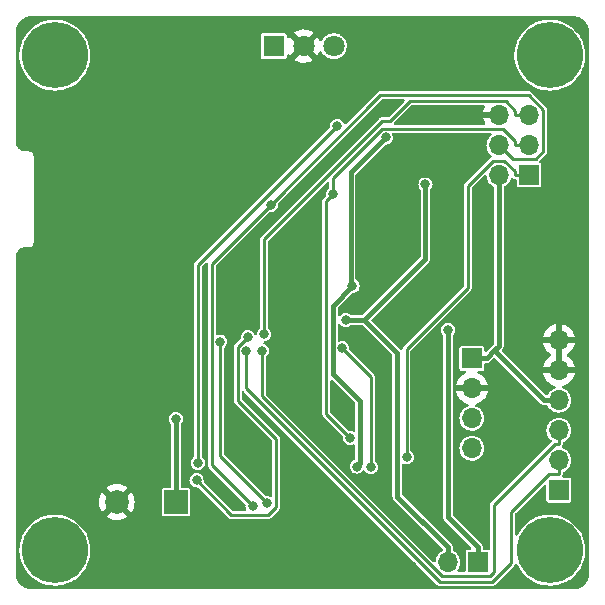
<source format=gbr>
%TF.GenerationSoftware,KiCad,Pcbnew,(6.0.7)*%
%TF.CreationDate,2023-04-08T23:37:57+02:00*%
%TF.ProjectId,hb-uni-644_328P_small,68622d75-6e69-42d3-9634-345f33323850,rev?*%
%TF.SameCoordinates,Original*%
%TF.FileFunction,Copper,L2,Bot*%
%TF.FilePolarity,Positive*%
%FSLAX46Y46*%
G04 Gerber Fmt 4.6, Leading zero omitted, Abs format (unit mm)*
G04 Created by KiCad (PCBNEW (6.0.7)) date 2023-04-08 23:37:57*
%MOMM*%
%LPD*%
G01*
G04 APERTURE LIST*
%TA.AperFunction,ComponentPad*%
%ADD10C,5.600000*%
%TD*%
%TA.AperFunction,ComponentPad*%
%ADD11R,1.700000X1.700000*%
%TD*%
%TA.AperFunction,ComponentPad*%
%ADD12O,1.700000X1.700000*%
%TD*%
%TA.AperFunction,ComponentPad*%
%ADD13R,2.000000X2.000000*%
%TD*%
%TA.AperFunction,ComponentPad*%
%ADD14C,2.000000*%
%TD*%
%TA.AperFunction,ComponentPad*%
%ADD15R,1.800000X1.800000*%
%TD*%
%TA.AperFunction,ComponentPad*%
%ADD16C,1.800000*%
%TD*%
%TA.AperFunction,ViaPad*%
%ADD17C,0.800000*%
%TD*%
%TA.AperFunction,Conductor*%
%ADD18C,0.400000*%
%TD*%
%TA.AperFunction,Conductor*%
%ADD19C,0.250000*%
%TD*%
G04 APERTURE END LIST*
D10*
%TO.P,REF6,1*%
%TO.N,N/C*%
X30988000Y-92964000D03*
%TD*%
D11*
%TO.P,J6,1,Pin_1*%
%TO.N,VCC*%
X66294000Y-76718000D03*
D12*
%TO.P,J6,2,Pin_2*%
%TO.N,GND*%
X66294000Y-79258000D03*
%TO.P,J6,3,Pin_3*%
%TO.N,/SCL*%
X66294000Y-81798000D03*
%TO.P,J6,4,Pin_4*%
%TO.N,/SDA*%
X66294000Y-84338000D03*
%TD*%
D10*
%TO.P,REF2,1*%
%TO.N,N/C*%
X30988000Y-51054000D03*
%TD*%
%TO.P,REF7,1*%
%TO.N,N/C*%
X72898000Y-92964000D03*
%TD*%
%TO.P,REF4,1*%
%TO.N,N/C*%
X72898000Y-51054000D03*
%TD*%
D11*
%TO.P,J3,1,Pin_1*%
%TO.N,/RAW+*%
X66807000Y-93980000D03*
D12*
%TO.P,J3,2,Pin_2*%
%TO.N,/RAW-*%
X64267000Y-93980000D03*
%TD*%
D13*
%TO.P,C12,1*%
%TO.N,VCC*%
X41229700Y-88900000D03*
D14*
%TO.P,C12,2*%
%TO.N,GND*%
X36229700Y-88900000D03*
%TD*%
D11*
%TO.P,J5,1,Pin_1*%
%TO.N,/MISO*%
X71125000Y-61199000D03*
D12*
%TO.P,J5,2,Pin_2*%
%TO.N,VCC*%
X68585000Y-61199000D03*
%TO.P,J5,3,Pin_3*%
%TO.N,/SCK*%
X71125000Y-58659000D03*
%TO.P,J5,4,Pin_4*%
%TO.N,/MOSI*%
X68585000Y-58659000D03*
%TO.P,J5,5,Pin_5*%
%TO.N,/RESET*%
X71125000Y-56119000D03*
%TO.P,J5,6,Pin_6*%
%TO.N,GND*%
X68585000Y-56119000D03*
%TD*%
D11*
%TO.P,J4,1,Pin_1*%
%TO.N,/DTR*%
X73660000Y-87884000D03*
D12*
%TO.P,J4,2,Pin_2*%
%TO.N,/TXD*%
X73660000Y-85344000D03*
%TO.P,J4,3,Pin_3*%
%TO.N,/RXD*%
X73660000Y-82804000D03*
%TO.P,J4,4,Pin_4*%
%TO.N,VCC*%
X73660000Y-80264000D03*
%TO.P,J4,5,Pin_5*%
%TO.N,GND*%
X73660000Y-77724000D03*
%TO.P,J4,6,Pin_6*%
X73660000Y-75184000D03*
%TD*%
D15*
%TO.P,D1,1,A1*%
%TO.N,Net-(D1-Pad1)*%
X49520000Y-50292000D03*
D16*
%TO.P,D1,2,K*%
%TO.N,GND*%
X52060000Y-50292000D03*
%TO.P,D1,3,A2*%
%TO.N,Net-(D1-Pad3)*%
X54600000Y-50292000D03*
%TD*%
D17*
%TO.N,GND*%
X33850300Y-85864900D03*
X59436000Y-55372000D03*
X55995000Y-81771400D03*
X45230000Y-49867300D03*
X51689000Y-64985500D03*
X59234900Y-62935400D03*
X58634400Y-83583500D03*
X61193200Y-94281100D03*
X40581500Y-75961900D03*
X69732000Y-64753000D03*
X61214000Y-74168000D03*
X59944000Y-66842800D03*
X58674000Y-81611400D03*
X56938100Y-71866800D03*
X66294000Y-56134000D03*
X53235000Y-60960000D03*
X67836000Y-49868900D03*
X56642000Y-53848000D03*
X60706000Y-56388000D03*
X50546000Y-63627000D03*
X62484000Y-75438000D03*
X56896000Y-66251200D03*
%TO.N,VCC*%
X41228300Y-81867000D03*
%TO.N,/RAW+FUSE*%
X56183900Y-70613100D03*
X56553200Y-85884900D03*
X58989300Y-58021800D03*
%TO.N,/RESET*%
X48716200Y-74676200D03*
%TO.N,/RAW+*%
X64269600Y-74339300D03*
%TO.N,/RAW-*%
X55620100Y-73470000D03*
X62360900Y-62000100D03*
%TO.N,/D5*%
X54883200Y-57040100D03*
X43082400Y-85584200D03*
%TO.N,/D7*%
X42984800Y-87059100D03*
X47322600Y-74927300D03*
%TO.N,/SDA*%
X55323600Y-75869600D03*
X57729900Y-85939000D03*
%TO.N,/SS*%
X48984500Y-88987600D03*
X44991300Y-75308700D03*
%TO.N,/MOSI*%
X49279900Y-63716800D03*
X47730300Y-89228800D03*
%TO.N,/MISO*%
X60771900Y-85092400D03*
%TO.N,/SCK*%
X56003700Y-83458500D03*
X54544800Y-62847400D03*
%TO.N,/RXD*%
X48508400Y-76084900D03*
%TO.N,/TXD*%
X47200000Y-76105200D03*
%TD*%
D18*
%TO.N,VCC*%
X66294000Y-76718000D02*
X67430000Y-76718000D01*
X67430000Y-76718000D02*
X67544300Y-76718000D01*
X73660000Y-80264000D02*
X72409700Y-80264000D01*
X41228300Y-87498300D02*
X41229700Y-87499700D01*
X68204000Y-76058300D02*
X68585000Y-75677300D01*
X72409700Y-80264000D02*
X68204000Y-76058300D01*
X68585000Y-75677300D02*
X68585000Y-61199000D01*
X67544300Y-76718000D02*
X68204000Y-76058300D01*
X41229700Y-88900000D02*
X41229700Y-87499700D01*
X41228300Y-81867000D02*
X41228300Y-87498300D01*
%TO.N,/RAW+FUSE*%
X56032500Y-70461700D02*
X56032500Y-60978600D01*
X56032500Y-60978600D02*
X58989300Y-58021800D01*
X54518000Y-72279000D02*
X56183900Y-70613100D01*
X56835400Y-80363100D02*
X54518000Y-78045700D01*
X54518000Y-78045700D02*
X54518000Y-72279000D01*
X56553200Y-85884900D02*
X56835400Y-85602700D01*
X56183900Y-70613100D02*
X56032500Y-70461700D01*
X56835400Y-85602700D02*
X56835400Y-80363100D01*
D19*
%TO.N,/RESET*%
X69949700Y-56119000D02*
X71125000Y-56119000D01*
X48716200Y-66632300D02*
X58706500Y-56642000D01*
X59386500Y-56642000D02*
X61084800Y-54943700D01*
X69949700Y-55751600D02*
X69949700Y-56119000D01*
X61084800Y-54943700D02*
X69141800Y-54943700D01*
X58706500Y-56642000D02*
X59386500Y-56642000D01*
X48716200Y-74676200D02*
X48716200Y-66632300D01*
X69141800Y-54943700D02*
X69949700Y-55751600D01*
D18*
%TO.N,/RAW+*%
X66807000Y-93980000D02*
X66807000Y-92729700D01*
X64269600Y-74339300D02*
X64269600Y-90192300D01*
X64269600Y-90192300D02*
X66807000Y-92729700D01*
%TO.N,/RAW-*%
X59971600Y-88434300D02*
X64267000Y-92729700D01*
X55620100Y-73470000D02*
X57170600Y-73470000D01*
X59971600Y-76271000D02*
X59971600Y-88434300D01*
X64267000Y-93980000D02*
X64267000Y-92729700D01*
X62360900Y-68279700D02*
X62360900Y-62000100D01*
X57170600Y-73470000D02*
X62360900Y-68279700D01*
X57170600Y-73470000D02*
X59971600Y-76271000D01*
D19*
%TO.N,/D5*%
X43082400Y-85584200D02*
X43082400Y-68840900D01*
X43082400Y-68840900D02*
X54883200Y-57040100D01*
%TO.N,/D7*%
X46474600Y-80307000D02*
X46474600Y-75775300D01*
X45923400Y-89997700D02*
X49022300Y-89997700D01*
X46474600Y-75775300D02*
X47322600Y-74927300D01*
X42984800Y-87059100D02*
X45923400Y-89997700D01*
X49728300Y-89291700D02*
X49728300Y-83560700D01*
X49728300Y-83560700D02*
X46474600Y-80307000D01*
X49022300Y-89997700D02*
X49728300Y-89291700D01*
%TO.N,/SDA*%
X57729900Y-78275900D02*
X57729900Y-85939000D01*
X55323600Y-75869600D02*
X57729900Y-78275900D01*
%TO.N,/SS*%
X48984500Y-88987600D02*
X44991300Y-84994400D01*
X44991300Y-84994400D02*
X44991300Y-75308700D01*
%TO.N,/MOSI*%
X49279900Y-63716800D02*
X44266000Y-68730700D01*
X71717000Y-59834400D02*
X72354200Y-59197200D01*
X68585000Y-58659000D02*
X69760400Y-59834400D01*
X72354200Y-55682400D02*
X71116200Y-54444400D01*
X44266000Y-85764500D02*
X47730300Y-89228800D01*
X44266000Y-68730700D02*
X44266000Y-85764500D01*
X72354200Y-59197200D02*
X72354200Y-55682400D01*
X58552300Y-54444400D02*
X49279900Y-63716800D01*
X69760400Y-59834400D02*
X71717000Y-59834400D01*
X71116200Y-54444400D02*
X58552300Y-54444400D01*
%TO.N,/MISO*%
X60771900Y-85092400D02*
X60771900Y-75928300D01*
X69949700Y-60885500D02*
X69949700Y-61199000D01*
X65949900Y-70750300D02*
X65949900Y-62140400D01*
X71125000Y-61199000D02*
X69949700Y-61199000D01*
X60771900Y-75928300D02*
X65949900Y-70750300D01*
X69054100Y-59989900D02*
X69949700Y-60885500D01*
X65949900Y-62140400D02*
X68100400Y-59989900D01*
X68100400Y-59989900D02*
X69054100Y-59989900D01*
%TO.N,/SCK*%
X56003700Y-83458500D02*
X53964000Y-81418800D01*
X69949700Y-58659000D02*
X69949700Y-58291600D01*
X54544800Y-61440600D02*
X54544800Y-62847400D01*
X68954600Y-57296500D02*
X58688900Y-57296500D01*
X71125000Y-58659000D02*
X69949700Y-58659000D01*
X69949700Y-58291600D02*
X68954600Y-57296500D01*
X58688900Y-57296500D02*
X54544800Y-61440600D01*
X53964000Y-81418800D02*
X53964000Y-63428200D01*
X53964000Y-63428200D02*
X54544800Y-62847400D01*
%TO.N,/RXD*%
X48508400Y-79933400D02*
X63730400Y-95155400D01*
X73292700Y-83979300D02*
X73660000Y-83979300D01*
X68159400Y-94835700D02*
X68159400Y-89112600D01*
X68159400Y-89112600D02*
X73292700Y-83979300D01*
X67839700Y-95155400D02*
X68159400Y-94835700D01*
X73660000Y-82804000D02*
X73660000Y-83979300D01*
X63730400Y-95155400D02*
X67839700Y-95155400D01*
X48508400Y-76084900D02*
X48508400Y-79933400D01*
%TO.N,/TXD*%
X73660000Y-85344000D02*
X73660000Y-86519300D01*
X72852000Y-86519300D02*
X69629900Y-89741400D01*
X63602700Y-95664600D02*
X47200000Y-79261900D01*
X47200000Y-79261900D02*
X47200000Y-76105200D01*
X68038600Y-95664600D02*
X63602700Y-95664600D01*
X73660000Y-86519300D02*
X72852000Y-86519300D01*
X69629900Y-89741400D02*
X69629900Y-94073300D01*
X69629900Y-94073300D02*
X68038600Y-95664600D01*
%TD*%
%TA.AperFunction,Conductor*%
%TO.N,GND*%
G36*
X74934931Y-47753388D02*
G01*
X75043455Y-47761929D01*
X75044245Y-47761995D01*
X75124063Y-47768978D01*
X75142491Y-47771978D01*
X75235489Y-47794305D01*
X75242769Y-47796053D01*
X75245965Y-47796865D01*
X75328985Y-47819110D01*
X75344592Y-47824408D01*
X75438780Y-47863422D01*
X75443789Y-47865626D01*
X75522686Y-47902417D01*
X75535253Y-47909169D01*
X75621795Y-47962202D01*
X75628206Y-47966405D01*
X75663956Y-47991438D01*
X75699819Y-48016550D01*
X75709377Y-48023950D01*
X75786408Y-48089740D01*
X75793673Y-48096457D01*
X75855543Y-48158327D01*
X75862260Y-48165592D01*
X75928050Y-48242623D01*
X75935450Y-48252181D01*
X75985588Y-48323784D01*
X75989798Y-48330205D01*
X76042828Y-48416742D01*
X76049583Y-48429314D01*
X76086374Y-48508211D01*
X76088578Y-48513220D01*
X76127592Y-48607408D01*
X76132890Y-48623015D01*
X76155135Y-48706035D01*
X76155947Y-48709231D01*
X76180021Y-48809505D01*
X76183022Y-48827937D01*
X76190005Y-48907755D01*
X76190071Y-48908545D01*
X76196321Y-48987961D01*
X76198612Y-49017069D01*
X76199000Y-49026954D01*
X76199000Y-94991046D01*
X76198612Y-95000931D01*
X76190071Y-95109455D01*
X76190005Y-95110245D01*
X76183827Y-95180863D01*
X76183022Y-95190062D01*
X76180022Y-95208491D01*
X76158692Y-95297335D01*
X76155947Y-95308769D01*
X76155135Y-95311965D01*
X76132890Y-95394985D01*
X76127592Y-95410592D01*
X76088578Y-95504780D01*
X76086374Y-95509789D01*
X76049583Y-95588686D01*
X76042831Y-95601253D01*
X75989798Y-95687795D01*
X75985588Y-95694216D01*
X75935450Y-95765819D01*
X75928050Y-95775377D01*
X75862260Y-95852408D01*
X75855543Y-95859673D01*
X75793673Y-95921543D01*
X75786408Y-95928260D01*
X75709377Y-95994050D01*
X75699819Y-96001450D01*
X75663956Y-96026562D01*
X75628206Y-96051595D01*
X75621795Y-96055798D01*
X75535253Y-96108831D01*
X75522686Y-96115583D01*
X75443789Y-96152374D01*
X75438780Y-96154578D01*
X75344592Y-96193592D01*
X75328985Y-96198890D01*
X75245965Y-96221135D01*
X75242767Y-96221947D01*
X75142491Y-96246022D01*
X75124063Y-96249022D01*
X75044245Y-96256005D01*
X75043455Y-96256071D01*
X74942881Y-96263986D01*
X74934943Y-96264611D01*
X74925033Y-96264999D01*
X52795527Y-96260654D01*
X28960940Y-96255975D01*
X28951080Y-96255586D01*
X28841158Y-96246934D01*
X28840078Y-96246845D01*
X28762098Y-96240032D01*
X28743658Y-96237030D01*
X28642209Y-96212674D01*
X28639103Y-96211885D01*
X28557199Y-96189939D01*
X28541606Y-96184646D01*
X28446671Y-96145322D01*
X28441642Y-96143109D01*
X28363528Y-96106683D01*
X28350943Y-96099921D01*
X28263855Y-96046552D01*
X28257421Y-96042333D01*
X28199034Y-96001450D01*
X28186396Y-95992601D01*
X28176850Y-95985210D01*
X28099336Y-95919006D01*
X28092093Y-95912310D01*
X28030682Y-95850898D01*
X28023968Y-95843635D01*
X27957783Y-95766141D01*
X27950381Y-95756580D01*
X27900653Y-95685559D01*
X27896433Y-95679123D01*
X27843065Y-95592031D01*
X27836303Y-95579446D01*
X27799885Y-95501344D01*
X27797671Y-95496312D01*
X27758347Y-95401371D01*
X27753050Y-95385765D01*
X27731126Y-95303939D01*
X27730314Y-95300741D01*
X27705961Y-95199297D01*
X27702959Y-95180863D01*
X27696266Y-95104338D01*
X27696175Y-95103244D01*
X27687388Y-94991574D01*
X27687000Y-94981690D01*
X27687000Y-92869592D01*
X27983898Y-92869592D01*
X27983993Y-92873222D01*
X27983993Y-92873223D01*
X27988987Y-93063939D01*
X27992956Y-93215501D01*
X27993467Y-93219091D01*
X27993467Y-93219092D01*
X28001896Y-93278318D01*
X28041712Y-93558076D01*
X28129519Y-93892777D01*
X28255214Y-94215167D01*
X28417130Y-94520974D01*
X28419180Y-94523957D01*
X28419182Y-94523960D01*
X28611065Y-94803152D01*
X28611071Y-94803159D01*
X28613122Y-94806144D01*
X28840592Y-95066898D01*
X29096524Y-95299778D01*
X29099472Y-95301896D01*
X29099474Y-95301898D01*
X29109036Y-95308769D01*
X29377527Y-95501699D01*
X29679876Y-95669985D01*
X29999563Y-95802403D01*
X30003057Y-95803398D01*
X30003059Y-95803399D01*
X30328851Y-95896204D01*
X30328856Y-95896205D01*
X30332352Y-95897201D01*
X30568034Y-95935795D01*
X30670251Y-95952534D01*
X30670255Y-95952534D01*
X30673831Y-95953120D01*
X30677457Y-95953291D01*
X31015847Y-95969249D01*
X31015848Y-95969249D01*
X31019474Y-95969420D01*
X31041506Y-95967918D01*
X31361069Y-95946133D01*
X31361077Y-95946132D01*
X31364700Y-95945885D01*
X31368276Y-95945222D01*
X31368278Y-95945222D01*
X31701368Y-95883488D01*
X31701372Y-95883487D01*
X31704933Y-95882827D01*
X32035663Y-95781081D01*
X32352507Y-95641996D01*
X32596225Y-95499579D01*
X32648125Y-95469251D01*
X32648127Y-95469250D01*
X32651265Y-95467416D01*
X32654174Y-95465232D01*
X32925071Y-95261837D01*
X32925075Y-95261834D01*
X32927978Y-95259654D01*
X33178977Y-95021465D01*
X33400936Y-94756005D01*
X33402924Y-94752979D01*
X33588926Y-94469818D01*
X33588931Y-94469809D01*
X33590913Y-94466792D01*
X33698382Y-94253115D01*
X33744763Y-94160898D01*
X33744766Y-94160890D01*
X33746390Y-94157662D01*
X33803120Y-94002640D01*
X33864057Y-93836122D01*
X33864060Y-93836112D01*
X33865305Y-93832710D01*
X33866150Y-93829188D01*
X33866153Y-93829180D01*
X33945237Y-93499772D01*
X33945238Y-93499768D01*
X33946084Y-93496243D01*
X33946521Y-93492633D01*
X33987318Y-93155501D01*
X33987318Y-93155495D01*
X33987654Y-93152722D01*
X33989158Y-93104882D01*
X33993127Y-92978577D01*
X33993585Y-92964000D01*
X33992664Y-92948026D01*
X33973875Y-92622167D01*
X33973874Y-92622162D01*
X33973666Y-92618547D01*
X33966234Y-92575962D01*
X33914798Y-92281245D01*
X33914796Y-92281238D01*
X33914174Y-92277672D01*
X33815897Y-91945894D01*
X33693494Y-91658923D01*
X33681562Y-91630949D01*
X33681560Y-91630946D01*
X33680138Y-91627611D01*
X33667739Y-91605872D01*
X33510487Y-91330181D01*
X33508696Y-91327041D01*
X33449030Y-91245815D01*
X33305986Y-91051086D01*
X33303843Y-91048168D01*
X33068295Y-90794688D01*
X32805174Y-90569962D01*
X32517967Y-90376967D01*
X32210482Y-90218261D01*
X31983970Y-90132670D01*
X35361860Y-90132670D01*
X35367587Y-90140320D01*
X35538742Y-90245205D01*
X35547537Y-90249687D01*
X35757688Y-90336734D01*
X35767073Y-90339783D01*
X35988254Y-90392885D01*
X35998001Y-90394428D01*
X36224770Y-90412275D01*
X36234630Y-90412275D01*
X36461399Y-90394428D01*
X36471146Y-90392885D01*
X36692327Y-90339783D01*
X36701712Y-90336734D01*
X36911863Y-90249687D01*
X36920658Y-90245205D01*
X37088145Y-90142568D01*
X37097607Y-90132110D01*
X37093824Y-90123334D01*
X36890238Y-89919748D01*
X40029200Y-89919748D01*
X40030407Y-89925816D01*
X40037416Y-89961051D01*
X40040833Y-89978231D01*
X40085148Y-90044552D01*
X40151469Y-90088867D01*
X40163638Y-90091288D01*
X40163639Y-90091288D01*
X40203884Y-90099293D01*
X40209952Y-90100500D01*
X42249448Y-90100500D01*
X42255516Y-90099293D01*
X42295761Y-90091288D01*
X42295762Y-90091288D01*
X42307931Y-90088867D01*
X42374252Y-90044552D01*
X42418567Y-89978231D01*
X42421985Y-89961051D01*
X42428993Y-89925816D01*
X42430200Y-89919748D01*
X42430200Y-87880252D01*
X42418567Y-87821769D01*
X42374252Y-87755448D01*
X42307931Y-87711133D01*
X42295762Y-87708712D01*
X42295761Y-87708712D01*
X42255516Y-87700707D01*
X42249448Y-87699500D01*
X41756200Y-87699500D01*
X41688079Y-87679498D01*
X41641586Y-87625842D01*
X41630200Y-87573500D01*
X41630200Y-87436267D01*
X41629271Y-87433406D01*
X41628800Y-87427427D01*
X41628800Y-87059100D01*
X42379118Y-87059100D01*
X42399756Y-87215862D01*
X42460264Y-87361941D01*
X42556518Y-87487382D01*
X42681959Y-87583636D01*
X42828038Y-87644144D01*
X42984800Y-87664782D01*
X43051643Y-87655982D01*
X43121790Y-87666921D01*
X43157183Y-87691809D01*
X45679289Y-90213915D01*
X45686715Y-90222018D01*
X45710945Y-90250894D01*
X45720494Y-90256407D01*
X45743585Y-90269739D01*
X45752856Y-90275645D01*
X45783716Y-90297254D01*
X45794366Y-90300108D01*
X45797534Y-90301585D01*
X45800810Y-90302777D01*
X45810355Y-90308288D01*
X45844099Y-90314238D01*
X45847458Y-90314830D01*
X45858185Y-90317208D01*
X45894593Y-90326964D01*
X45905578Y-90326003D01*
X45905580Y-90326003D01*
X45932128Y-90323680D01*
X45943110Y-90323200D01*
X49002590Y-90323200D01*
X49013572Y-90323680D01*
X49040120Y-90326003D01*
X49040122Y-90326003D01*
X49051107Y-90326964D01*
X49087515Y-90317208D01*
X49098242Y-90314830D01*
X49101601Y-90314238D01*
X49135345Y-90308288D01*
X49144890Y-90302777D01*
X49148166Y-90301585D01*
X49151334Y-90300108D01*
X49161984Y-90297254D01*
X49192844Y-90275645D01*
X49202115Y-90269739D01*
X49225206Y-90256407D01*
X49234755Y-90250894D01*
X49258985Y-90222017D01*
X49266411Y-90213915D01*
X49944515Y-89535811D01*
X49952619Y-89528384D01*
X49960395Y-89521859D01*
X49981494Y-89504155D01*
X49987007Y-89494606D01*
X50000339Y-89471515D01*
X50006245Y-89462244D01*
X50027854Y-89431384D01*
X50030708Y-89420734D01*
X50032185Y-89417566D01*
X50033377Y-89414290D01*
X50038888Y-89404745D01*
X50045430Y-89367642D01*
X50047809Y-89356910D01*
X50051571Y-89342871D01*
X50057564Y-89320507D01*
X50055737Y-89299616D01*
X50054279Y-89282957D01*
X50053800Y-89271976D01*
X50053800Y-83580410D01*
X50054280Y-83569428D01*
X50056603Y-83542880D01*
X50056603Y-83542878D01*
X50057564Y-83531893D01*
X50047808Y-83495485D01*
X50045430Y-83484758D01*
X50044838Y-83481399D01*
X50038888Y-83447655D01*
X50033377Y-83438110D01*
X50032185Y-83434834D01*
X50030708Y-83431666D01*
X50027854Y-83421016D01*
X50006245Y-83390156D01*
X50000339Y-83380885D01*
X49987007Y-83357794D01*
X49981494Y-83348245D01*
X49952617Y-83324015D01*
X49944515Y-83316589D01*
X46837005Y-80209079D01*
X46802979Y-80146767D01*
X46800100Y-80119984D01*
X46800100Y-79626516D01*
X46820102Y-79558395D01*
X46873758Y-79511902D01*
X46944032Y-79501798D01*
X47008612Y-79531292D01*
X47015195Y-79537421D01*
X63358589Y-95880815D01*
X63366015Y-95888918D01*
X63390245Y-95917794D01*
X63399794Y-95923307D01*
X63422885Y-95936639D01*
X63432156Y-95942545D01*
X63463016Y-95964154D01*
X63473666Y-95967008D01*
X63476834Y-95968485D01*
X63480110Y-95969677D01*
X63489655Y-95975188D01*
X63523399Y-95981138D01*
X63526758Y-95981730D01*
X63537485Y-95984108D01*
X63573893Y-95993864D01*
X63584869Y-95992904D01*
X63584872Y-95992904D01*
X63611443Y-95990579D01*
X63622424Y-95990100D01*
X68018890Y-95990100D01*
X68029872Y-95990580D01*
X68056420Y-95992903D01*
X68056422Y-95992903D01*
X68067407Y-95993864D01*
X68103815Y-95984108D01*
X68114542Y-95981730D01*
X68117901Y-95981138D01*
X68151645Y-95975188D01*
X68161190Y-95969677D01*
X68164466Y-95968485D01*
X68167634Y-95967008D01*
X68178284Y-95964154D01*
X68209144Y-95942545D01*
X68218415Y-95936639D01*
X68241506Y-95923307D01*
X68251055Y-95917794D01*
X68275285Y-95888917D01*
X68282711Y-95880815D01*
X69846115Y-94317411D01*
X69854219Y-94309984D01*
X69874649Y-94292841D01*
X69883094Y-94285755D01*
X69888607Y-94276206D01*
X69901939Y-94253115D01*
X69907845Y-94243844D01*
X69923132Y-94222013D01*
X69923133Y-94222012D01*
X69929454Y-94212984D01*
X69932145Y-94202941D01*
X69978808Y-94149946D01*
X70047085Y-94130486D01*
X70115045Y-94151029D01*
X70161865Y-94208726D01*
X70162386Y-94208488D01*
X70163310Y-94210507D01*
X70163476Y-94210711D01*
X70163891Y-94211776D01*
X70163895Y-94211785D01*
X70165214Y-94215167D01*
X70327130Y-94520974D01*
X70329180Y-94523957D01*
X70329182Y-94523960D01*
X70521065Y-94803152D01*
X70521071Y-94803159D01*
X70523122Y-94806144D01*
X70750592Y-95066898D01*
X71006524Y-95299778D01*
X71009472Y-95301896D01*
X71009474Y-95301898D01*
X71019036Y-95308769D01*
X71287527Y-95501699D01*
X71589876Y-95669985D01*
X71909563Y-95802403D01*
X71913057Y-95803398D01*
X71913059Y-95803399D01*
X72238851Y-95896204D01*
X72238856Y-95896205D01*
X72242352Y-95897201D01*
X72478034Y-95935795D01*
X72580251Y-95952534D01*
X72580255Y-95952534D01*
X72583831Y-95953120D01*
X72587457Y-95953291D01*
X72925847Y-95969249D01*
X72925848Y-95969249D01*
X72929474Y-95969420D01*
X72951506Y-95967918D01*
X73271069Y-95946133D01*
X73271077Y-95946132D01*
X73274700Y-95945885D01*
X73278276Y-95945222D01*
X73278278Y-95945222D01*
X73611368Y-95883488D01*
X73611372Y-95883487D01*
X73614933Y-95882827D01*
X73945663Y-95781081D01*
X74262507Y-95641996D01*
X74506225Y-95499579D01*
X74558125Y-95469251D01*
X74558127Y-95469250D01*
X74561265Y-95467416D01*
X74564174Y-95465232D01*
X74835071Y-95261837D01*
X74835075Y-95261834D01*
X74837978Y-95259654D01*
X75088977Y-95021465D01*
X75310936Y-94756005D01*
X75312924Y-94752979D01*
X75498926Y-94469818D01*
X75498931Y-94469809D01*
X75500913Y-94466792D01*
X75608382Y-94253115D01*
X75654763Y-94160898D01*
X75654766Y-94160890D01*
X75656390Y-94157662D01*
X75713120Y-94002640D01*
X75774057Y-93836122D01*
X75774060Y-93836112D01*
X75775305Y-93832710D01*
X75776150Y-93829188D01*
X75776153Y-93829180D01*
X75855237Y-93499772D01*
X75855238Y-93499768D01*
X75856084Y-93496243D01*
X75856521Y-93492633D01*
X75897318Y-93155501D01*
X75897318Y-93155495D01*
X75897654Y-93152722D01*
X75899158Y-93104882D01*
X75903127Y-92978577D01*
X75903585Y-92964000D01*
X75902664Y-92948026D01*
X75883875Y-92622167D01*
X75883874Y-92622162D01*
X75883666Y-92618547D01*
X75876234Y-92575962D01*
X75824798Y-92281245D01*
X75824796Y-92281238D01*
X75824174Y-92277672D01*
X75725897Y-91945894D01*
X75603494Y-91658923D01*
X75591562Y-91630949D01*
X75591560Y-91630946D01*
X75590138Y-91627611D01*
X75577739Y-91605872D01*
X75420487Y-91330181D01*
X75418696Y-91327041D01*
X75359030Y-91245815D01*
X75215986Y-91051086D01*
X75213843Y-91048168D01*
X74978295Y-90794688D01*
X74715174Y-90569962D01*
X74427967Y-90376967D01*
X74120482Y-90218261D01*
X73796793Y-90095950D01*
X73461190Y-90011652D01*
X73316981Y-89992667D01*
X73121728Y-89966961D01*
X73121720Y-89966960D01*
X73118124Y-89966487D01*
X72966991Y-89964112D01*
X72775780Y-89961108D01*
X72775776Y-89961108D01*
X72772139Y-89961051D01*
X72768524Y-89961412D01*
X72768520Y-89961412D01*
X72640235Y-89974217D01*
X72427823Y-89995419D01*
X72424286Y-89996190D01*
X72424281Y-89996191D01*
X72093283Y-90068360D01*
X72093278Y-90068361D01*
X72089739Y-90069133D01*
X71762367Y-90181217D01*
X71450048Y-90330186D01*
X71446969Y-90332117D01*
X71446968Y-90332118D01*
X71438857Y-90337206D01*
X71156921Y-90514064D01*
X71154087Y-90516334D01*
X71154082Y-90516338D01*
X70985066Y-90651746D01*
X70886871Y-90730415D01*
X70643477Y-90976371D01*
X70429966Y-91248672D01*
X70249168Y-91543709D01*
X70247641Y-91546999D01*
X70247636Y-91547008D01*
X70195687Y-91658923D01*
X70148863Y-91712290D01*
X70080620Y-91731870D01*
X70012624Y-91711446D01*
X69966465Y-91657504D01*
X69955400Y-91605872D01*
X69955400Y-89928416D01*
X69975402Y-89860295D01*
X69992305Y-89839321D01*
X72394405Y-87437221D01*
X72456717Y-87403195D01*
X72527532Y-87408260D01*
X72584368Y-87450807D01*
X72609179Y-87517327D01*
X72609500Y-87526316D01*
X72609500Y-88753748D01*
X72621133Y-88812231D01*
X72665448Y-88878552D01*
X72683209Y-88890420D01*
X72712055Y-88909694D01*
X72731769Y-88922867D01*
X72743938Y-88925288D01*
X72743939Y-88925288D01*
X72781630Y-88932785D01*
X72790252Y-88934500D01*
X74529748Y-88934500D01*
X74538370Y-88932785D01*
X74576061Y-88925288D01*
X74576062Y-88925288D01*
X74588231Y-88922867D01*
X74607946Y-88909694D01*
X74636791Y-88890420D01*
X74654552Y-88878552D01*
X74698867Y-88812231D01*
X74710500Y-88753748D01*
X74710500Y-87014252D01*
X74698867Y-86955769D01*
X74654552Y-86889448D01*
X74588231Y-86845133D01*
X74576062Y-86842712D01*
X74576061Y-86842712D01*
X74535816Y-86834707D01*
X74529748Y-86833500D01*
X74072689Y-86833500D01*
X74004568Y-86813498D01*
X73958075Y-86759842D01*
X73947971Y-86689568D01*
X73963571Y-86644498D01*
X73970588Y-86632345D01*
X73972502Y-86621491D01*
X73972504Y-86621485D01*
X73973696Y-86614724D01*
X73979378Y-86593516D01*
X73981730Y-86587052D01*
X73985500Y-86576694D01*
X73985500Y-86434062D01*
X74005502Y-86365941D01*
X74054690Y-86321596D01*
X74220113Y-86238035D01*
X74220115Y-86238034D01*
X74225610Y-86235258D01*
X74251006Y-86215417D01*
X74314149Y-86166084D01*
X74387951Y-86108424D01*
X74392296Y-86103391D01*
X74518540Y-85957134D01*
X74518540Y-85957133D01*
X74522564Y-85952472D01*
X74529903Y-85939554D01*
X74564068Y-85879411D01*
X74624323Y-85773344D01*
X74689351Y-85577863D01*
X74715171Y-85373474D01*
X74715583Y-85344000D01*
X74695480Y-85138970D01*
X74635935Y-84941749D01*
X74539218Y-84759849D01*
X74443317Y-84642263D01*
X74412906Y-84604975D01*
X74412903Y-84604972D01*
X74409011Y-84600200D01*
X74390941Y-84585251D01*
X74255025Y-84472811D01*
X74255021Y-84472809D01*
X74250275Y-84468882D01*
X74069055Y-84370897D01*
X74001968Y-84350130D01*
X73942808Y-84310879D01*
X73914261Y-84245874D01*
X73925390Y-84175755D01*
X73933803Y-84162645D01*
X73933643Y-84162552D01*
X73939157Y-84153002D01*
X73946240Y-84144561D01*
X73950008Y-84134208D01*
X73950011Y-84134203D01*
X73952363Y-84127740D01*
X73961644Y-84107836D01*
X73965076Y-84101892D01*
X73970588Y-84092345D01*
X73972502Y-84081491D01*
X73972504Y-84081485D01*
X73973696Y-84074724D01*
X73979378Y-84053516D01*
X73981730Y-84047052D01*
X73985500Y-84036694D01*
X73985500Y-83894062D01*
X74005502Y-83825941D01*
X74054690Y-83781596D01*
X74220113Y-83698035D01*
X74220115Y-83698034D01*
X74225610Y-83695258D01*
X74272504Y-83658621D01*
X74368251Y-83583815D01*
X74387951Y-83568424D01*
X74419484Y-83531893D01*
X74518540Y-83417134D01*
X74518540Y-83417133D01*
X74522564Y-83412472D01*
X74543387Y-83375818D01*
X74572815Y-83324015D01*
X74624323Y-83233344D01*
X74689351Y-83037863D01*
X74715171Y-82833474D01*
X74715583Y-82804000D01*
X74695480Y-82598970D01*
X74635935Y-82401749D01*
X74539218Y-82219849D01*
X74465859Y-82129902D01*
X74412906Y-82064975D01*
X74412903Y-82064972D01*
X74409011Y-82060200D01*
X74391786Y-82045950D01*
X74255025Y-81932811D01*
X74255021Y-81932809D01*
X74250275Y-81928882D01*
X74069055Y-81830897D01*
X73872254Y-81769977D01*
X73866129Y-81769333D01*
X73866128Y-81769333D01*
X73673498Y-81749087D01*
X73673496Y-81749087D01*
X73667369Y-81748443D01*
X73580529Y-81756346D01*
X73468342Y-81766555D01*
X73468339Y-81766556D01*
X73462203Y-81767114D01*
X73264572Y-81825280D01*
X73082002Y-81920726D01*
X73077201Y-81924586D01*
X73077198Y-81924588D01*
X72951385Y-82025744D01*
X72921447Y-82049815D01*
X72789024Y-82207630D01*
X72786056Y-82213028D01*
X72786053Y-82213033D01*
X72702872Y-82364341D01*
X72689776Y-82388162D01*
X72627484Y-82584532D01*
X72626798Y-82590649D01*
X72626797Y-82590653D01*
X72605630Y-82779370D01*
X72604520Y-82789262D01*
X72607915Y-82829688D01*
X72611500Y-82872378D01*
X72621759Y-82994553D01*
X72678544Y-83192586D01*
X72681359Y-83198063D01*
X72681360Y-83198066D01*
X72765681Y-83362137D01*
X72772712Y-83375818D01*
X72900677Y-83537270D01*
X72992318Y-83615262D01*
X72998591Y-83620601D01*
X73037504Y-83679984D01*
X73038135Y-83750977D01*
X73006023Y-83805650D01*
X67943184Y-88868490D01*
X67935081Y-88875916D01*
X67906206Y-88900145D01*
X67900693Y-88909694D01*
X67887361Y-88932785D01*
X67881455Y-88942056D01*
X67859846Y-88972916D01*
X67856992Y-88983566D01*
X67855515Y-88986734D01*
X67854323Y-88990010D01*
X67848812Y-88999555D01*
X67842862Y-89033299D01*
X67842270Y-89036658D01*
X67839892Y-89047385D01*
X67830136Y-89083793D01*
X67831097Y-89094778D01*
X67831097Y-89094780D01*
X67833420Y-89121328D01*
X67833900Y-89132310D01*
X67833900Y-92807228D01*
X67813898Y-92875349D01*
X67760242Y-92921842D01*
X67689095Y-92930134D01*
X67688979Y-92931314D01*
X67683554Y-92930780D01*
X67683320Y-92930807D01*
X67682818Y-92930707D01*
X67682814Y-92930707D01*
X67676748Y-92929500D01*
X67333500Y-92929500D01*
X67265379Y-92909498D01*
X67218886Y-92855842D01*
X67207500Y-92803500D01*
X67207500Y-92698181D01*
X67207499Y-92698175D01*
X67207499Y-92666267D01*
X67204436Y-92656840D01*
X67204435Y-92656833D01*
X67200703Y-92645347D01*
X67196089Y-92626127D01*
X67194199Y-92614193D01*
X67194197Y-92614185D01*
X67192646Y-92604396D01*
X67188146Y-92595565D01*
X67188145Y-92595561D01*
X67182658Y-92584793D01*
X67175093Y-92566530D01*
X67168296Y-92545610D01*
X67155367Y-92527815D01*
X67145038Y-92510959D01*
X67139552Y-92500193D01*
X67139551Y-92500192D01*
X67135050Y-92491358D01*
X67045342Y-92401650D01*
X64707005Y-90063312D01*
X64672979Y-90001000D01*
X64670100Y-89974217D01*
X64670100Y-84323262D01*
X65238520Y-84323262D01*
X65255759Y-84528553D01*
X65257458Y-84534478D01*
X65296509Y-84670664D01*
X65312544Y-84726586D01*
X65315359Y-84732063D01*
X65315360Y-84732066D01*
X65403897Y-84904341D01*
X65406712Y-84909818D01*
X65534677Y-85071270D01*
X65539370Y-85075264D01*
X65539371Y-85075265D01*
X65621431Y-85145103D01*
X65691564Y-85204791D01*
X65871398Y-85305297D01*
X65945155Y-85329262D01*
X66061471Y-85367056D01*
X66061475Y-85367057D01*
X66067329Y-85368959D01*
X66271894Y-85393351D01*
X66278029Y-85392879D01*
X66278031Y-85392879D01*
X66334039Y-85388569D01*
X66477300Y-85377546D01*
X66483230Y-85375890D01*
X66483232Y-85375890D01*
X66628426Y-85335351D01*
X66675725Y-85322145D01*
X66681214Y-85319372D01*
X66681220Y-85319370D01*
X66849003Y-85234616D01*
X66859610Y-85229258D01*
X67021951Y-85102424D01*
X67027760Y-85095695D01*
X67152540Y-84951134D01*
X67152540Y-84951133D01*
X67156564Y-84946472D01*
X67167053Y-84928009D01*
X67235577Y-84807384D01*
X67258323Y-84767344D01*
X67323351Y-84571863D01*
X67329510Y-84523114D01*
X67348728Y-84370978D01*
X67349171Y-84367474D01*
X67349583Y-84338000D01*
X67329480Y-84132970D01*
X67269935Y-83935749D01*
X67173218Y-83753849D01*
X67066411Y-83622891D01*
X67046906Y-83598975D01*
X67046903Y-83598972D01*
X67043011Y-83594200D01*
X67025786Y-83579950D01*
X66889025Y-83466811D01*
X66889021Y-83466809D01*
X66884275Y-83462882D01*
X66723253Y-83375818D01*
X66708474Y-83367827D01*
X66703055Y-83364897D01*
X66506254Y-83303977D01*
X66500129Y-83303333D01*
X66500128Y-83303333D01*
X66307498Y-83283087D01*
X66307496Y-83283087D01*
X66301369Y-83282443D01*
X66214529Y-83290346D01*
X66102342Y-83300555D01*
X66102339Y-83300556D01*
X66096203Y-83301114D01*
X65898572Y-83359280D01*
X65716002Y-83454726D01*
X65711201Y-83458586D01*
X65711198Y-83458588D01*
X65573341Y-83569428D01*
X65555447Y-83583815D01*
X65423024Y-83741630D01*
X65420056Y-83747028D01*
X65420053Y-83747033D01*
X65346825Y-83880236D01*
X65323776Y-83922162D01*
X65261484Y-84118532D01*
X65260798Y-84124649D01*
X65260797Y-84124653D01*
X65243885Y-84275430D01*
X65238520Y-84323262D01*
X64670100Y-84323262D01*
X64670100Y-79525966D01*
X64962257Y-79525966D01*
X64992565Y-79660446D01*
X64995645Y-79670275D01*
X65075770Y-79867603D01*
X65080413Y-79876794D01*
X65191694Y-80058388D01*
X65197777Y-80066699D01*
X65337213Y-80227667D01*
X65344580Y-80234883D01*
X65508434Y-80370916D01*
X65516881Y-80376831D01*
X65700756Y-80484279D01*
X65710042Y-80488729D01*
X65909001Y-80564703D01*
X65923866Y-80569022D01*
X65923289Y-80571008D01*
X65978260Y-80600082D01*
X66013110Y-80661936D01*
X66008988Y-80732813D01*
X65967201Y-80790209D01*
X65925930Y-80811228D01*
X65904489Y-80817538D01*
X65904484Y-80817540D01*
X65898572Y-80819280D01*
X65716002Y-80914726D01*
X65711201Y-80918586D01*
X65711198Y-80918588D01*
X65569877Y-81032213D01*
X65555447Y-81043815D01*
X65423024Y-81201630D01*
X65420056Y-81207028D01*
X65420053Y-81207033D01*
X65347337Y-81339304D01*
X65323776Y-81382162D01*
X65261484Y-81578532D01*
X65260798Y-81584649D01*
X65260797Y-81584653D01*
X65242363Y-81749002D01*
X65238520Y-81783262D01*
X65239036Y-81789406D01*
X65250388Y-81924588D01*
X65255759Y-81988553D01*
X65257458Y-81994478D01*
X65305555Y-82162211D01*
X65312544Y-82186586D01*
X65315359Y-82192063D01*
X65315360Y-82192066D01*
X65379362Y-82316600D01*
X65406712Y-82369818D01*
X65534677Y-82531270D01*
X65539370Y-82535264D01*
X65539371Y-82535265D01*
X65621431Y-82605103D01*
X65691564Y-82664791D01*
X65871398Y-82765297D01*
X65945155Y-82789262D01*
X66061471Y-82827056D01*
X66061475Y-82827057D01*
X66067329Y-82828959D01*
X66271894Y-82853351D01*
X66278029Y-82852879D01*
X66278031Y-82852879D01*
X66334039Y-82848569D01*
X66477300Y-82837546D01*
X66483230Y-82835890D01*
X66483232Y-82835890D01*
X66628229Y-82795406D01*
X66675725Y-82782145D01*
X66681214Y-82779372D01*
X66681220Y-82779370D01*
X66854116Y-82692033D01*
X66859610Y-82689258D01*
X67021951Y-82562424D01*
X67156564Y-82406472D01*
X67170032Y-82382765D01*
X67255276Y-82232707D01*
X67258323Y-82227344D01*
X67323351Y-82031863D01*
X67349171Y-81827474D01*
X67349583Y-81798000D01*
X67329480Y-81592970D01*
X67269935Y-81395749D01*
X67173218Y-81213849D01*
X67099859Y-81123902D01*
X67046906Y-81058975D01*
X67046903Y-81058972D01*
X67043011Y-81054200D01*
X67025786Y-81039950D01*
X66889025Y-80926811D01*
X66889021Y-80926809D01*
X66884275Y-80922882D01*
X66723253Y-80835818D01*
X66708474Y-80827827D01*
X66703055Y-80824897D01*
X66652183Y-80809150D01*
X66593025Y-80769899D01*
X66564477Y-80704895D01*
X66575605Y-80634776D01*
X66622876Y-80581804D01*
X66653235Y-80568099D01*
X66786255Y-80528191D01*
X66795842Y-80524433D01*
X66987095Y-80430739D01*
X66995945Y-80425464D01*
X67169328Y-80301792D01*
X67177200Y-80295139D01*
X67328052Y-80144812D01*
X67334730Y-80136965D01*
X67459003Y-79964020D01*
X67464313Y-79955183D01*
X67558670Y-79764267D01*
X67562469Y-79754672D01*
X67624377Y-79550910D01*
X67626555Y-79540837D01*
X67627986Y-79529962D01*
X67625775Y-79515778D01*
X67612617Y-79512000D01*
X64977225Y-79512000D01*
X64963694Y-79515973D01*
X64962257Y-79525966D01*
X64670100Y-79525966D01*
X64670100Y-74846031D01*
X64690102Y-74777910D01*
X64698218Y-74767840D01*
X64697882Y-74767582D01*
X64729163Y-74726816D01*
X64794136Y-74642141D01*
X64854644Y-74496062D01*
X64875282Y-74339300D01*
X64854644Y-74182538D01*
X64849058Y-74169051D01*
X64823319Y-74106914D01*
X64794136Y-74036459D01*
X64697882Y-73911018D01*
X64572441Y-73814764D01*
X64426362Y-73754256D01*
X64269600Y-73733618D01*
X64112838Y-73754256D01*
X63966759Y-73814764D01*
X63841318Y-73911018D01*
X63745064Y-74036459D01*
X63715881Y-74106914D01*
X63690143Y-74169051D01*
X63684556Y-74182538D01*
X63663918Y-74339300D01*
X63684556Y-74496062D01*
X63745064Y-74642141D01*
X63810037Y-74726816D01*
X63841318Y-74767582D01*
X63838986Y-74769372D01*
X63866221Y-74819248D01*
X63869100Y-74846031D01*
X63869100Y-90255733D01*
X63872164Y-90265164D01*
X63872165Y-90265168D01*
X63875897Y-90276653D01*
X63880513Y-90295878D01*
X63883954Y-90317604D01*
X63888455Y-90326437D01*
X63888456Y-90326441D01*
X63893941Y-90337206D01*
X63901505Y-90355466D01*
X63908304Y-90376390D01*
X63921239Y-90394193D01*
X63931565Y-90411045D01*
X63941550Y-90430642D01*
X63964113Y-90453205D01*
X63964116Y-90453209D01*
X65169831Y-91658923D01*
X66225313Y-92714405D01*
X66259338Y-92776717D01*
X66254274Y-92847532D01*
X66211727Y-92904368D01*
X66145207Y-92929179D01*
X66136218Y-92929500D01*
X65937252Y-92929500D01*
X65931184Y-92930707D01*
X65890939Y-92938712D01*
X65890938Y-92938712D01*
X65878769Y-92941133D01*
X65812448Y-92985448D01*
X65768133Y-93051769D01*
X65756500Y-93110252D01*
X65756500Y-94703900D01*
X65736498Y-94772021D01*
X65682842Y-94818514D01*
X65630500Y-94829900D01*
X65196378Y-94829900D01*
X65128257Y-94809898D01*
X65081764Y-94756242D01*
X65071660Y-94685968D01*
X65100996Y-94621570D01*
X65125536Y-94593140D01*
X65125542Y-94593132D01*
X65129564Y-94588472D01*
X65155465Y-94542879D01*
X65200971Y-94462773D01*
X65231323Y-94409344D01*
X65296351Y-94213863D01*
X65322171Y-94009474D01*
X65322583Y-93980000D01*
X65302480Y-93774970D01*
X65242935Y-93577749D01*
X65146218Y-93395849D01*
X65072859Y-93305902D01*
X65019906Y-93240975D01*
X65019903Y-93240972D01*
X65016011Y-93236200D01*
X64995331Y-93219092D01*
X64862025Y-93108811D01*
X64862021Y-93108809D01*
X64857275Y-93104882D01*
X64851855Y-93101952D01*
X64851850Y-93101948D01*
X64733572Y-93037996D01*
X64683163Y-92988001D01*
X64667500Y-92927160D01*
X64667500Y-92666267D01*
X64664435Y-92656833D01*
X64664435Y-92656832D01*
X64660703Y-92645347D01*
X64656087Y-92626122D01*
X64654197Y-92614188D01*
X64654197Y-92614187D01*
X64652646Y-92604396D01*
X64648145Y-92595563D01*
X64648144Y-92595559D01*
X64642659Y-92584794D01*
X64635093Y-92566530D01*
X64631360Y-92555041D01*
X64628296Y-92545610D01*
X64615361Y-92527807D01*
X64605035Y-92510955D01*
X64599554Y-92500198D01*
X64595050Y-92491358D01*
X64572487Y-92468795D01*
X64572484Y-92468791D01*
X60409005Y-88305312D01*
X60374979Y-88243000D01*
X60372100Y-88216217D01*
X60372100Y-85765347D01*
X60392102Y-85697226D01*
X60445758Y-85650733D01*
X60516032Y-85640629D01*
X60546318Y-85648938D01*
X60607508Y-85674284D01*
X60607511Y-85674285D01*
X60615138Y-85677444D01*
X60771900Y-85698082D01*
X60780088Y-85697004D01*
X60920474Y-85678522D01*
X60928662Y-85677444D01*
X61074741Y-85616936D01*
X61200182Y-85520682D01*
X61296436Y-85395241D01*
X61356944Y-85249162D01*
X61377582Y-85092400D01*
X61356944Y-84935638D01*
X61296436Y-84789559D01*
X61200182Y-84664118D01*
X61146696Y-84623077D01*
X61104829Y-84565739D01*
X61097400Y-84523114D01*
X61097400Y-76115316D01*
X61117402Y-76047195D01*
X61134305Y-76026221D01*
X66166115Y-70994411D01*
X66174219Y-70986984D01*
X66194649Y-70969841D01*
X66203094Y-70962755D01*
X66208607Y-70953206D01*
X66221939Y-70930115D01*
X66227845Y-70920844D01*
X66243130Y-70899015D01*
X66249454Y-70889984D01*
X66252308Y-70879334D01*
X66253785Y-70876166D01*
X66254977Y-70872890D01*
X66260488Y-70863345D01*
X66267030Y-70826242D01*
X66269409Y-70815510D01*
X66279164Y-70779107D01*
X66275879Y-70741557D01*
X66275400Y-70730576D01*
X66275400Y-62327416D01*
X66295402Y-62259295D01*
X66312305Y-62238321D01*
X67324942Y-61225685D01*
X67387254Y-61191659D01*
X67458070Y-61196724D01*
X67514905Y-61239271D01*
X67539595Y-61304236D01*
X67546759Y-61389553D01*
X67548458Y-61395478D01*
X67600900Y-61578364D01*
X67603544Y-61587586D01*
X67606359Y-61593063D01*
X67606360Y-61593066D01*
X67627247Y-61633707D01*
X67697712Y-61770818D01*
X67825677Y-61932270D01*
X67830370Y-61936264D01*
X67830371Y-61936265D01*
X67895490Y-61991685D01*
X67982564Y-62065791D01*
X68119972Y-62142586D01*
X68169676Y-62193279D01*
X68184500Y-62252573D01*
X68184500Y-75459217D01*
X68164498Y-75527338D01*
X68147596Y-75548312D01*
X68046473Y-75649434D01*
X67950099Y-75745808D01*
X67935065Y-75758648D01*
X67917274Y-75771574D01*
X67911448Y-75779593D01*
X67904346Y-75789368D01*
X67891505Y-75804402D01*
X67559595Y-76136312D01*
X67497283Y-76170338D01*
X67426468Y-76165273D01*
X67369632Y-76122726D01*
X67344821Y-76056206D01*
X67344500Y-76047217D01*
X67344500Y-75848252D01*
X67341076Y-75831040D01*
X67335288Y-75801939D01*
X67335288Y-75801938D01*
X67332867Y-75789769D01*
X67288552Y-75723448D01*
X67222231Y-75679133D01*
X67210062Y-75676712D01*
X67210061Y-75676712D01*
X67169816Y-75668707D01*
X67163748Y-75667500D01*
X65424252Y-75667500D01*
X65418184Y-75668707D01*
X65377939Y-75676712D01*
X65377938Y-75676712D01*
X65365769Y-75679133D01*
X65299448Y-75723448D01*
X65255133Y-75789769D01*
X65252712Y-75801938D01*
X65252712Y-75801939D01*
X65246924Y-75831040D01*
X65243500Y-75848252D01*
X65243500Y-77587748D01*
X65255133Y-77646231D01*
X65299448Y-77712552D01*
X65365769Y-77756867D01*
X65377938Y-77759288D01*
X65377939Y-77759288D01*
X65418184Y-77767293D01*
X65424252Y-77768500D01*
X65699233Y-77768500D01*
X65767354Y-77788502D01*
X65813847Y-77842158D01*
X65823951Y-77912432D01*
X65794457Y-77977012D01*
X65757413Y-78006263D01*
X65572463Y-78102542D01*
X65563738Y-78108036D01*
X65393433Y-78235905D01*
X65385726Y-78242748D01*
X65238590Y-78396717D01*
X65232104Y-78404727D01*
X65112098Y-78580649D01*
X65107000Y-78589623D01*
X65017338Y-78782783D01*
X65013775Y-78792470D01*
X64958389Y-78992183D01*
X64959912Y-79000607D01*
X64972292Y-79004000D01*
X67612344Y-79004000D01*
X67625875Y-79000027D01*
X67627180Y-78990947D01*
X67585214Y-78823875D01*
X67581894Y-78814124D01*
X67496972Y-78618814D01*
X67492105Y-78609739D01*
X67376426Y-78430926D01*
X67370136Y-78422757D01*
X67226806Y-78265240D01*
X67219273Y-78258215D01*
X67052139Y-78126222D01*
X67043552Y-78120517D01*
X66857117Y-78017599D01*
X66847705Y-78013369D01*
X66847435Y-78013273D01*
X66847341Y-78013205D01*
X66842989Y-78011249D01*
X66843393Y-78010351D01*
X66789899Y-77971679D01*
X66763983Y-77905581D01*
X66777917Y-77835965D01*
X66827276Y-77784934D01*
X66889495Y-77768500D01*
X67163748Y-77768500D01*
X67169816Y-77767293D01*
X67210061Y-77759288D01*
X67210062Y-77759288D01*
X67222231Y-77756867D01*
X67288552Y-77712552D01*
X67332867Y-77646231D01*
X67344500Y-77587748D01*
X67344500Y-77244500D01*
X67364502Y-77176379D01*
X67418158Y-77129886D01*
X67470500Y-77118500D01*
X67607733Y-77118500D01*
X67617164Y-77115436D01*
X67617168Y-77115435D01*
X67628653Y-77111703D01*
X67647878Y-77107087D01*
X67659812Y-77105197D01*
X67659813Y-77105197D01*
X67669604Y-77103646D01*
X67678437Y-77099145D01*
X67678441Y-77099144D01*
X67689206Y-77093659D01*
X67707466Y-77086095D01*
X67728390Y-77079296D01*
X67746193Y-77066361D01*
X67763045Y-77056035D01*
X67773802Y-77050554D01*
X67782642Y-77046050D01*
X67805205Y-77023487D01*
X67805209Y-77023484D01*
X68114905Y-76713788D01*
X68177217Y-76679762D01*
X68248032Y-76684827D01*
X68293095Y-76713788D01*
X72148791Y-80569484D01*
X72148795Y-80569487D01*
X72171358Y-80592050D01*
X72180198Y-80596554D01*
X72190955Y-80602035D01*
X72207807Y-80612361D01*
X72225610Y-80625296D01*
X72246534Y-80632095D01*
X72264794Y-80639659D01*
X72275559Y-80645144D01*
X72275563Y-80645145D01*
X72284396Y-80649646D01*
X72294187Y-80651197D01*
X72294188Y-80651197D01*
X72306122Y-80653087D01*
X72325347Y-80657703D01*
X72336832Y-80661435D01*
X72336836Y-80661436D01*
X72346267Y-80664500D01*
X72607756Y-80664500D01*
X72675877Y-80684502D01*
X72719822Y-80732905D01*
X72748206Y-80788134D01*
X72760075Y-80811228D01*
X72772712Y-80835818D01*
X72900677Y-80997270D01*
X73057564Y-81130791D01*
X73237398Y-81231297D01*
X73321326Y-81258567D01*
X73427471Y-81293056D01*
X73427475Y-81293057D01*
X73433329Y-81294959D01*
X73637894Y-81319351D01*
X73644029Y-81318879D01*
X73644031Y-81318879D01*
X73700039Y-81314569D01*
X73843300Y-81303546D01*
X73849230Y-81301890D01*
X73849232Y-81301890D01*
X74035797Y-81249800D01*
X74035796Y-81249800D01*
X74041725Y-81248145D01*
X74047214Y-81245372D01*
X74047220Y-81245370D01*
X74220116Y-81158033D01*
X74225610Y-81155258D01*
X74387951Y-81028424D01*
X74522564Y-80872472D01*
X74543387Y-80835818D01*
X74596431Y-80742443D01*
X74624323Y-80693344D01*
X74689351Y-80497863D01*
X74715171Y-80293474D01*
X74715583Y-80264000D01*
X74695480Y-80058970D01*
X74635935Y-79861749D01*
X74539218Y-79679849D01*
X74432015Y-79548405D01*
X74412906Y-79524975D01*
X74412903Y-79524972D01*
X74409011Y-79520200D01*
X74404262Y-79516271D01*
X74255025Y-79392811D01*
X74255021Y-79392809D01*
X74250275Y-79388882D01*
X74069055Y-79290897D01*
X74018183Y-79275150D01*
X73959025Y-79235899D01*
X73930477Y-79170895D01*
X73941605Y-79100776D01*
X73988876Y-79047804D01*
X74019235Y-79034099D01*
X74152255Y-78994191D01*
X74161842Y-78990433D01*
X74353095Y-78896739D01*
X74361945Y-78891464D01*
X74535328Y-78767792D01*
X74543200Y-78761139D01*
X74694052Y-78610812D01*
X74700730Y-78602965D01*
X74825003Y-78430020D01*
X74830313Y-78421183D01*
X74924670Y-78230267D01*
X74928469Y-78220672D01*
X74990377Y-78016910D01*
X74992555Y-78006837D01*
X74993986Y-77995962D01*
X74991775Y-77981778D01*
X74978617Y-77978000D01*
X72343225Y-77978000D01*
X72329694Y-77981973D01*
X72328257Y-77991966D01*
X72358565Y-78126446D01*
X72361645Y-78136275D01*
X72441770Y-78333603D01*
X72446413Y-78342794D01*
X72557694Y-78524388D01*
X72563777Y-78532699D01*
X72703213Y-78693667D01*
X72710580Y-78700883D01*
X72874434Y-78836916D01*
X72882881Y-78842831D01*
X73066756Y-78950279D01*
X73076042Y-78954729D01*
X73275001Y-79030703D01*
X73289866Y-79035022D01*
X73289289Y-79037008D01*
X73344260Y-79066082D01*
X73379110Y-79127936D01*
X73374988Y-79198813D01*
X73333201Y-79256209D01*
X73291930Y-79277228D01*
X73270489Y-79283538D01*
X73270484Y-79283540D01*
X73264572Y-79285280D01*
X73082002Y-79380726D01*
X73077201Y-79384586D01*
X73077198Y-79384588D01*
X72958176Y-79480284D01*
X72921447Y-79509815D01*
X72789024Y-79667630D01*
X72786056Y-79673028D01*
X72786053Y-79673033D01*
X72724676Y-79784679D01*
X72674330Y-79834737D01*
X72604914Y-79849631D01*
X72538464Y-79824630D01*
X72525166Y-79813073D01*
X70170276Y-77458183D01*
X72324389Y-77458183D01*
X72325912Y-77466607D01*
X72338292Y-77470000D01*
X73387885Y-77470000D01*
X73403124Y-77465525D01*
X73404329Y-77464135D01*
X73406000Y-77456452D01*
X73406000Y-77451885D01*
X73914000Y-77451885D01*
X73918475Y-77467124D01*
X73919865Y-77468329D01*
X73927548Y-77470000D01*
X74978344Y-77470000D01*
X74991875Y-77466027D01*
X74993180Y-77456947D01*
X74951214Y-77289875D01*
X74947894Y-77280124D01*
X74862972Y-77084814D01*
X74858105Y-77075739D01*
X74742426Y-76896926D01*
X74736136Y-76888757D01*
X74592806Y-76731240D01*
X74585273Y-76724215D01*
X74418139Y-76592222D01*
X74409552Y-76586517D01*
X74372116Y-76565851D01*
X74322146Y-76515419D01*
X74307374Y-76445976D01*
X74332490Y-76379571D01*
X74359842Y-76352964D01*
X74535327Y-76227792D01*
X74543200Y-76221139D01*
X74694052Y-76070812D01*
X74700730Y-76062965D01*
X74825003Y-75890020D01*
X74830313Y-75881183D01*
X74924670Y-75690267D01*
X74928469Y-75680672D01*
X74990377Y-75476910D01*
X74992555Y-75466837D01*
X74993986Y-75455962D01*
X74991775Y-75441778D01*
X74978617Y-75438000D01*
X73932115Y-75438000D01*
X73916876Y-75442475D01*
X73915671Y-75443865D01*
X73914000Y-75451548D01*
X73914000Y-77451885D01*
X73406000Y-77451885D01*
X73406000Y-75456115D01*
X73401525Y-75440876D01*
X73400135Y-75439671D01*
X73392452Y-75438000D01*
X72343225Y-75438000D01*
X72329694Y-75441973D01*
X72328257Y-75451966D01*
X72358565Y-75586446D01*
X72361645Y-75596275D01*
X72441770Y-75793603D01*
X72446413Y-75802794D01*
X72557694Y-75984388D01*
X72563777Y-75992699D01*
X72703213Y-76153667D01*
X72710580Y-76160883D01*
X72874434Y-76296916D01*
X72882881Y-76302831D01*
X72952479Y-76343501D01*
X73001203Y-76395140D01*
X73014274Y-76464923D01*
X72987543Y-76530694D01*
X72947087Y-76564053D01*
X72938462Y-76568542D01*
X72929738Y-76574036D01*
X72759433Y-76701905D01*
X72751726Y-76708748D01*
X72604590Y-76862717D01*
X72598104Y-76870727D01*
X72478098Y-77046649D01*
X72473000Y-77055623D01*
X72383338Y-77248783D01*
X72379775Y-77258470D01*
X72324389Y-77458183D01*
X70170276Y-77458183D01*
X68859488Y-76147395D01*
X68825462Y-76085083D01*
X68830527Y-76014268D01*
X68859488Y-75969205D01*
X68906037Y-75922656D01*
X68906040Y-75922652D01*
X68913050Y-75915642D01*
X68917553Y-75906805D01*
X68923038Y-75896041D01*
X68933368Y-75879184D01*
X68940465Y-75869415D01*
X68946296Y-75861390D01*
X68953094Y-75840468D01*
X68960658Y-75822207D01*
X68966145Y-75811439D01*
X68966146Y-75811435D01*
X68970646Y-75802604D01*
X68972197Y-75792815D01*
X68972199Y-75792807D01*
X68974089Y-75780873D01*
X68978703Y-75761653D01*
X68982435Y-75750167D01*
X68982436Y-75750160D01*
X68985499Y-75740733D01*
X68985499Y-75708825D01*
X68985500Y-75708819D01*
X68985500Y-74918183D01*
X72324389Y-74918183D01*
X72325912Y-74926607D01*
X72338292Y-74930000D01*
X73387885Y-74930000D01*
X73403124Y-74925525D01*
X73404329Y-74924135D01*
X73406000Y-74916452D01*
X73406000Y-74911885D01*
X73914000Y-74911885D01*
X73918475Y-74927124D01*
X73919865Y-74928329D01*
X73927548Y-74930000D01*
X74978344Y-74930000D01*
X74991875Y-74926027D01*
X74993180Y-74916947D01*
X74951214Y-74749875D01*
X74947894Y-74740124D01*
X74862972Y-74544814D01*
X74858105Y-74535739D01*
X74742426Y-74356926D01*
X74736136Y-74348757D01*
X74592806Y-74191240D01*
X74585273Y-74184215D01*
X74418139Y-74052222D01*
X74409552Y-74046517D01*
X74223117Y-73943599D01*
X74213705Y-73939369D01*
X74012959Y-73868280D01*
X74002988Y-73865646D01*
X73931837Y-73852972D01*
X73918540Y-73854432D01*
X73914000Y-73868989D01*
X73914000Y-74911885D01*
X73406000Y-74911885D01*
X73406000Y-73867102D01*
X73402082Y-73853758D01*
X73387806Y-73851771D01*
X73349324Y-73857660D01*
X73339288Y-73860051D01*
X73136868Y-73926212D01*
X73127359Y-73930209D01*
X72938463Y-74028542D01*
X72929738Y-74034036D01*
X72759433Y-74161905D01*
X72751726Y-74168748D01*
X72604590Y-74322717D01*
X72598104Y-74330727D01*
X72478098Y-74506649D01*
X72473000Y-74515623D01*
X72383338Y-74708783D01*
X72379775Y-74718470D01*
X72324389Y-74918183D01*
X68985500Y-74918183D01*
X68985500Y-62251177D01*
X69005502Y-62183056D01*
X69054690Y-62138711D01*
X69145112Y-62093035D01*
X69150610Y-62090258D01*
X69312951Y-61963424D01*
X69343576Y-61927945D01*
X69443540Y-61812134D01*
X69443540Y-61812133D01*
X69447564Y-61807472D01*
X69468387Y-61770818D01*
X69513895Y-61690708D01*
X69549323Y-61628344D01*
X69579324Y-61538158D01*
X69619805Y-61479834D01*
X69685393Y-61452654D01*
X69755264Y-61465249D01*
X69767074Y-61473004D01*
X69775997Y-61478156D01*
X69784439Y-61485240D01*
X69794792Y-61489008D01*
X69794797Y-61489011D01*
X69801260Y-61491363D01*
X69821162Y-61500643D01*
X69836655Y-61509588D01*
X69847509Y-61511502D01*
X69847515Y-61511504D01*
X69854276Y-61512696D01*
X69875484Y-61518378D01*
X69881008Y-61520388D01*
X69892306Y-61524500D01*
X69948500Y-61524500D01*
X70016621Y-61544502D01*
X70063114Y-61598158D01*
X70074500Y-61650500D01*
X70074500Y-62068748D01*
X70086133Y-62127231D01*
X70130448Y-62193552D01*
X70196769Y-62237867D01*
X70208938Y-62240288D01*
X70208939Y-62240288D01*
X70249184Y-62248293D01*
X70255252Y-62249500D01*
X71994748Y-62249500D01*
X72000816Y-62248293D01*
X72041061Y-62240288D01*
X72041062Y-62240288D01*
X72053231Y-62237867D01*
X72119552Y-62193552D01*
X72163867Y-62127231D01*
X72175500Y-62068748D01*
X72175500Y-60329252D01*
X72163867Y-60270769D01*
X72119552Y-60204448D01*
X72109239Y-60197557D01*
X72109237Y-60197555D01*
X72060014Y-60164665D01*
X72014486Y-60110188D01*
X72005639Y-60039745D01*
X72040921Y-59970805D01*
X72570415Y-59441311D01*
X72578519Y-59433884D01*
X72598949Y-59416741D01*
X72607394Y-59409655D01*
X72617431Y-59392270D01*
X72626239Y-59377015D01*
X72632145Y-59367744D01*
X72647430Y-59345915D01*
X72653754Y-59336884D01*
X72656608Y-59326234D01*
X72658085Y-59323066D01*
X72659277Y-59319790D01*
X72664788Y-59310245D01*
X72671330Y-59273142D01*
X72673709Y-59262410D01*
X72683464Y-59226007D01*
X72681136Y-59199389D01*
X72680179Y-59188457D01*
X72679700Y-59177476D01*
X72679700Y-55702110D01*
X72680180Y-55691128D01*
X72682503Y-55664575D01*
X72682503Y-55664570D01*
X72683463Y-55653593D01*
X72673712Y-55617203D01*
X72671332Y-55606469D01*
X72666702Y-55580212D01*
X72664788Y-55569355D01*
X72659276Y-55559807D01*
X72658083Y-55556530D01*
X72656606Y-55553362D01*
X72653753Y-55542716D01*
X72632142Y-55511852D01*
X72626238Y-55502584D01*
X72607394Y-55469945D01*
X72578524Y-55445720D01*
X72570421Y-55438294D01*
X71360310Y-54228184D01*
X71352883Y-54220080D01*
X71335741Y-54199651D01*
X71335742Y-54199651D01*
X71328655Y-54191206D01*
X71319106Y-54185693D01*
X71296015Y-54172361D01*
X71286744Y-54166455D01*
X71264915Y-54151170D01*
X71255884Y-54144846D01*
X71245234Y-54141992D01*
X71242066Y-54140515D01*
X71238790Y-54139323D01*
X71229245Y-54133812D01*
X71195501Y-54127862D01*
X71192142Y-54127270D01*
X71181415Y-54124892D01*
X71145007Y-54115136D01*
X71134022Y-54116097D01*
X71134020Y-54116097D01*
X71107472Y-54118420D01*
X71096490Y-54118900D01*
X58572010Y-54118900D01*
X58561028Y-54118420D01*
X58534480Y-54116097D01*
X58534478Y-54116097D01*
X58523493Y-54115136D01*
X58487085Y-54124892D01*
X58476358Y-54127270D01*
X58472999Y-54127862D01*
X58439255Y-54133812D01*
X58429710Y-54139323D01*
X58426434Y-54140515D01*
X58423266Y-54141992D01*
X58412616Y-54144846D01*
X58403585Y-54151170D01*
X58381756Y-54166455D01*
X58372485Y-54172361D01*
X58349394Y-54185693D01*
X58339845Y-54191206D01*
X58332759Y-54199651D01*
X58315615Y-54220082D01*
X58308189Y-54228185D01*
X55655709Y-56880665D01*
X55593397Y-56914691D01*
X55522582Y-56909626D01*
X55465746Y-56867079D01*
X55450205Y-56839788D01*
X55410896Y-56744889D01*
X55407736Y-56737259D01*
X55311482Y-56611818D01*
X55186041Y-56515564D01*
X55039962Y-56455056D01*
X54883200Y-56434418D01*
X54726438Y-56455056D01*
X54580359Y-56515564D01*
X54454918Y-56611818D01*
X54358664Y-56737259D01*
X54298156Y-56883338D01*
X54297078Y-56891526D01*
X54289996Y-56945318D01*
X54277518Y-57040100D01*
X54282296Y-57076388D01*
X54286318Y-57106940D01*
X54275379Y-57177089D01*
X54250491Y-57212482D01*
X42866184Y-68596790D01*
X42858081Y-68604216D01*
X42829206Y-68628445D01*
X42823693Y-68637994D01*
X42810361Y-68661085D01*
X42804455Y-68670356D01*
X42782846Y-68701216D01*
X42779992Y-68711866D01*
X42778515Y-68715034D01*
X42777323Y-68718310D01*
X42771812Y-68727855D01*
X42765862Y-68761599D01*
X42765270Y-68764958D01*
X42762892Y-68775685D01*
X42753136Y-68812093D01*
X42754097Y-68823078D01*
X42754097Y-68823080D01*
X42756420Y-68849628D01*
X42756900Y-68860610D01*
X42756900Y-85014914D01*
X42736898Y-85083035D01*
X42707604Y-85114877D01*
X42654118Y-85155918D01*
X42557864Y-85281359D01*
X42497356Y-85427438D01*
X42476718Y-85584200D01*
X42497356Y-85740962D01*
X42500516Y-85748591D01*
X42504932Y-85759253D01*
X42557864Y-85887041D01*
X42598159Y-85939554D01*
X42645450Y-86001185D01*
X42654118Y-86012482D01*
X42779559Y-86108736D01*
X42925638Y-86169244D01*
X43082400Y-86189882D01*
X43090588Y-86188804D01*
X43098663Y-86187741D01*
X43239162Y-86169244D01*
X43385241Y-86108736D01*
X43510682Y-86012482D01*
X43519351Y-86001185D01*
X43566641Y-85939554D01*
X43606936Y-85887041D01*
X43659868Y-85759253D01*
X43664284Y-85748591D01*
X43667444Y-85740962D01*
X43688082Y-85584200D01*
X43667444Y-85427438D01*
X43606936Y-85281359D01*
X43510682Y-85155918D01*
X43457196Y-85114877D01*
X43415329Y-85057539D01*
X43407900Y-85014914D01*
X43407900Y-69027916D01*
X43427902Y-68959795D01*
X43444805Y-68938821D01*
X43725156Y-68658470D01*
X43787468Y-68624444D01*
X43858283Y-68629509D01*
X43915119Y-68672056D01*
X43939771Y-68736579D01*
X43940020Y-68739424D01*
X43940500Y-68750410D01*
X43940500Y-85744790D01*
X43940020Y-85755772D01*
X43938483Y-85773344D01*
X43936736Y-85793307D01*
X43939590Y-85803956D01*
X43946491Y-85829710D01*
X43948870Y-85840442D01*
X43955412Y-85877545D01*
X43960923Y-85887090D01*
X43962115Y-85890366D01*
X43963592Y-85893534D01*
X43966446Y-85904184D01*
X43977973Y-85920646D01*
X43988055Y-85935044D01*
X43993961Y-85944315D01*
X44007293Y-85967406D01*
X44012806Y-85976955D01*
X44021251Y-85984041D01*
X44041682Y-86001185D01*
X44049785Y-86008611D01*
X47097591Y-89056417D01*
X47131617Y-89118729D01*
X47133418Y-89161957D01*
X47124618Y-89228800D01*
X47145256Y-89385562D01*
X47148416Y-89393191D01*
X47191822Y-89497982D01*
X47199411Y-89568572D01*
X47167632Y-89632059D01*
X47106574Y-89668286D01*
X47075413Y-89672200D01*
X46110416Y-89672200D01*
X46042295Y-89652198D01*
X46021321Y-89635295D01*
X43617509Y-87231483D01*
X43583483Y-87169171D01*
X43581682Y-87125942D01*
X43589404Y-87067288D01*
X43590482Y-87059100D01*
X43569844Y-86902338D01*
X43509336Y-86756259D01*
X43413082Y-86630818D01*
X43287641Y-86534564D01*
X43141562Y-86474056D01*
X43118517Y-86471022D01*
X42992988Y-86454496D01*
X42984800Y-86453418D01*
X42976612Y-86454496D01*
X42851084Y-86471022D01*
X42828038Y-86474056D01*
X42681959Y-86534564D01*
X42556518Y-86630818D01*
X42460264Y-86756259D01*
X42399756Y-86902338D01*
X42379118Y-87059100D01*
X41628800Y-87059100D01*
X41628800Y-82373731D01*
X41648802Y-82305610D01*
X41656918Y-82295540D01*
X41656582Y-82295282D01*
X41704597Y-82232707D01*
X41752836Y-82169841D01*
X41813344Y-82023762D01*
X41833982Y-81867000D01*
X41813344Y-81710238D01*
X41752836Y-81564159D01*
X41656582Y-81438718D01*
X41531141Y-81342464D01*
X41385062Y-81281956D01*
X41228300Y-81261318D01*
X41071538Y-81281956D01*
X40925459Y-81342464D01*
X40800018Y-81438718D01*
X40703764Y-81564159D01*
X40643256Y-81710238D01*
X40622618Y-81867000D01*
X40643256Y-82023762D01*
X40703764Y-82169841D01*
X40752003Y-82232707D01*
X40800018Y-82295282D01*
X40797686Y-82297072D01*
X40824921Y-82346948D01*
X40827800Y-82373731D01*
X40827800Y-87561733D01*
X40828729Y-87564594D01*
X40829200Y-87570573D01*
X40829200Y-87573500D01*
X40809198Y-87641621D01*
X40755542Y-87688114D01*
X40703200Y-87699500D01*
X40209952Y-87699500D01*
X40203884Y-87700707D01*
X40163639Y-87708712D01*
X40163638Y-87708712D01*
X40151469Y-87711133D01*
X40085148Y-87755448D01*
X40040833Y-87821769D01*
X40029200Y-87880252D01*
X40029200Y-89919748D01*
X36890238Y-89919748D01*
X36242512Y-89272022D01*
X36228568Y-89264408D01*
X36226735Y-89264539D01*
X36220120Y-89268790D01*
X35368620Y-90120290D01*
X35361860Y-90132670D01*
X31983970Y-90132670D01*
X31886793Y-90095950D01*
X31551190Y-90011652D01*
X31406981Y-89992667D01*
X31211728Y-89966961D01*
X31211720Y-89966960D01*
X31208124Y-89966487D01*
X31056991Y-89964112D01*
X30865780Y-89961108D01*
X30865776Y-89961108D01*
X30862139Y-89961051D01*
X30858524Y-89961412D01*
X30858520Y-89961412D01*
X30730235Y-89974217D01*
X30517823Y-89995419D01*
X30514286Y-89996190D01*
X30514281Y-89996191D01*
X30183283Y-90068360D01*
X30183278Y-90068361D01*
X30179739Y-90069133D01*
X29852367Y-90181217D01*
X29540048Y-90330186D01*
X29536969Y-90332117D01*
X29536968Y-90332118D01*
X29528857Y-90337206D01*
X29246921Y-90514064D01*
X29244087Y-90516334D01*
X29244082Y-90516338D01*
X29075066Y-90651746D01*
X28976871Y-90730415D01*
X28733477Y-90976371D01*
X28519966Y-91248672D01*
X28339168Y-91543709D01*
X28337641Y-91546999D01*
X28337636Y-91547008D01*
X28298672Y-91630949D01*
X28193478Y-91857570D01*
X28084828Y-92186097D01*
X28084092Y-92189652D01*
X28084091Y-92189655D01*
X28023063Y-92484347D01*
X28014658Y-92524935D01*
X28001159Y-92676185D01*
X27986053Y-92845450D01*
X27983898Y-92869592D01*
X27687000Y-92869592D01*
X27687000Y-88904930D01*
X34717425Y-88904930D01*
X34735272Y-89131699D01*
X34736815Y-89141446D01*
X34789917Y-89362627D01*
X34792966Y-89372012D01*
X34880013Y-89582163D01*
X34884495Y-89590958D01*
X34987132Y-89758445D01*
X34997590Y-89767907D01*
X35006366Y-89764124D01*
X35857678Y-88912812D01*
X35864056Y-88901132D01*
X36594108Y-88901132D01*
X36594239Y-88902965D01*
X36598490Y-88909580D01*
X37449990Y-89761080D01*
X37462370Y-89767840D01*
X37470020Y-89762113D01*
X37574905Y-89590958D01*
X37579387Y-89582163D01*
X37666434Y-89372012D01*
X37669483Y-89362627D01*
X37722585Y-89141446D01*
X37724128Y-89131699D01*
X37741975Y-88904930D01*
X37741975Y-88895070D01*
X37724128Y-88668301D01*
X37722585Y-88658554D01*
X37669483Y-88437373D01*
X37666434Y-88427988D01*
X37579387Y-88217837D01*
X37574905Y-88209042D01*
X37472268Y-88041555D01*
X37461810Y-88032093D01*
X37453034Y-88035876D01*
X36601722Y-88887188D01*
X36594108Y-88901132D01*
X35864056Y-88901132D01*
X35865292Y-88898868D01*
X35865161Y-88897035D01*
X35860910Y-88890420D01*
X35009410Y-88038920D01*
X34997030Y-88032160D01*
X34989380Y-88037887D01*
X34884495Y-88209042D01*
X34880013Y-88217837D01*
X34792966Y-88427988D01*
X34789917Y-88437373D01*
X34736815Y-88658554D01*
X34735272Y-88668301D01*
X34717425Y-88895070D01*
X34717425Y-88904930D01*
X27687000Y-88904930D01*
X27687000Y-87667890D01*
X35361793Y-87667890D01*
X35365576Y-87676666D01*
X36216888Y-88527978D01*
X36230832Y-88535592D01*
X36232665Y-88535461D01*
X36239280Y-88531210D01*
X37090780Y-87679710D01*
X37097540Y-87667330D01*
X37091813Y-87659680D01*
X36920658Y-87554795D01*
X36911863Y-87550313D01*
X36701712Y-87463266D01*
X36692327Y-87460217D01*
X36471146Y-87407115D01*
X36461399Y-87405572D01*
X36234630Y-87387725D01*
X36224770Y-87387725D01*
X35998001Y-87405572D01*
X35988254Y-87407115D01*
X35767073Y-87460217D01*
X35757688Y-87463266D01*
X35547537Y-87550313D01*
X35538742Y-87554795D01*
X35371255Y-87657432D01*
X35361793Y-87667890D01*
X27687000Y-87667890D01*
X27687000Y-68078188D01*
X27687607Y-68065839D01*
X27693853Y-68002415D01*
X27694038Y-68000657D01*
X27702093Y-67929171D01*
X27706722Y-67906725D01*
X27726261Y-67842314D01*
X27727901Y-67837293D01*
X27749669Y-67775084D01*
X27757476Y-67757302D01*
X27789678Y-67697057D01*
X27794112Y-67689419D01*
X27828608Y-67634518D01*
X27837896Y-67621620D01*
X27881435Y-67568567D01*
X27889740Y-67559405D01*
X27935405Y-67513740D01*
X27944567Y-67505435D01*
X27997620Y-67461896D01*
X28010518Y-67452608D01*
X28065419Y-67418112D01*
X28073057Y-67413678D01*
X28133302Y-67381476D01*
X28151084Y-67373669D01*
X28213293Y-67351901D01*
X28218314Y-67350261D01*
X28282725Y-67330722D01*
X28305171Y-67326093D01*
X28376718Y-67318032D01*
X28378350Y-67317860D01*
X28441839Y-67311607D01*
X28454188Y-67311000D01*
X28700872Y-67311000D01*
X28702000Y-67311089D01*
X28702000Y-67314221D01*
X28762780Y-67307373D01*
X28808946Y-67302172D01*
X28808950Y-67302171D01*
X28815980Y-67301379D01*
X28822661Y-67299041D01*
X28822662Y-67299041D01*
X28917568Y-67265831D01*
X28917567Y-67265831D01*
X28924244Y-67263495D01*
X28931731Y-67258791D01*
X29015372Y-67206237D01*
X29015374Y-67206235D01*
X29021365Y-67202471D01*
X29102471Y-67121365D01*
X29163495Y-67024244D01*
X29201379Y-66915980D01*
X29214221Y-66802000D01*
X29215227Y-66802113D01*
X29215262Y-66801802D01*
X29211000Y-66801802D01*
X29211000Y-59691128D01*
X29211089Y-59690000D01*
X29214221Y-59690000D01*
X29201379Y-59576020D01*
X29163495Y-59467756D01*
X29146879Y-59441311D01*
X29106237Y-59376628D01*
X29106235Y-59376626D01*
X29102471Y-59370635D01*
X29021365Y-59289529D01*
X29015374Y-59285765D01*
X29015372Y-59285763D01*
X28930233Y-59232268D01*
X28924244Y-59228505D01*
X28830529Y-59195712D01*
X28822662Y-59192959D01*
X28822661Y-59192959D01*
X28815980Y-59190621D01*
X28808950Y-59189829D01*
X28808946Y-59189828D01*
X28702000Y-59177779D01*
X28702113Y-59176773D01*
X28701802Y-59176738D01*
X28701802Y-59181000D01*
X28454188Y-59181000D01*
X28441839Y-59180393D01*
X28378350Y-59174140D01*
X28376718Y-59173968D01*
X28305171Y-59165907D01*
X28282725Y-59161278D01*
X28218314Y-59141739D01*
X28213293Y-59140099D01*
X28151084Y-59118331D01*
X28133302Y-59110524D01*
X28073057Y-59078322D01*
X28065419Y-59073888D01*
X28010518Y-59039392D01*
X27997620Y-59030104D01*
X27944567Y-58986565D01*
X27935405Y-58978260D01*
X27889740Y-58932595D01*
X27881435Y-58923433D01*
X27837896Y-58870380D01*
X27828608Y-58857482D01*
X27794112Y-58802581D01*
X27789678Y-58794943D01*
X27757476Y-58734698D01*
X27749669Y-58716916D01*
X27727901Y-58654707D01*
X27726256Y-58649671D01*
X27706722Y-58585275D01*
X27702093Y-58562829D01*
X27694032Y-58491282D01*
X27693853Y-58489585D01*
X27690458Y-58455105D01*
X27687607Y-58426161D01*
X27687000Y-58413812D01*
X27687000Y-50959592D01*
X27983898Y-50959592D01*
X27983993Y-50963222D01*
X27983993Y-50963223D01*
X27992861Y-51301876D01*
X27992956Y-51305501D01*
X28041712Y-51648076D01*
X28129519Y-51982777D01*
X28255214Y-52305167D01*
X28417130Y-52610974D01*
X28419180Y-52613957D01*
X28419182Y-52613960D01*
X28611065Y-52893152D01*
X28611071Y-52893159D01*
X28613122Y-52896144D01*
X28840592Y-53156898D01*
X29096524Y-53389778D01*
X29377527Y-53591699D01*
X29679876Y-53759985D01*
X29999563Y-53892403D01*
X30003057Y-53893398D01*
X30003059Y-53893399D01*
X30328851Y-53986204D01*
X30328856Y-53986205D01*
X30332352Y-53987201D01*
X30568034Y-54025795D01*
X30670251Y-54042534D01*
X30670255Y-54042534D01*
X30673831Y-54043120D01*
X30677457Y-54043291D01*
X31015847Y-54059249D01*
X31015848Y-54059249D01*
X31019474Y-54059420D01*
X31030346Y-54058679D01*
X31361069Y-54036133D01*
X31361077Y-54036132D01*
X31364700Y-54035885D01*
X31368276Y-54035222D01*
X31368278Y-54035222D01*
X31701368Y-53973488D01*
X31701372Y-53973487D01*
X31704933Y-53972827D01*
X32035663Y-53871081D01*
X32352507Y-53731996D01*
X32651265Y-53557416D01*
X32654174Y-53555232D01*
X32925071Y-53351837D01*
X32925075Y-53351834D01*
X32927978Y-53349654D01*
X33178977Y-53111465D01*
X33400936Y-52846005D01*
X33553361Y-52613960D01*
X33588926Y-52559818D01*
X33588931Y-52559809D01*
X33590913Y-52556792D01*
X33719169Y-52301785D01*
X33744763Y-52250898D01*
X33744766Y-52250890D01*
X33746390Y-52247662D01*
X33844609Y-51979265D01*
X33864057Y-51926122D01*
X33864060Y-51926112D01*
X33865305Y-51922710D01*
X33866150Y-51919188D01*
X33866153Y-51919180D01*
X33945237Y-51589772D01*
X33945238Y-51589768D01*
X33946084Y-51586243D01*
X33962159Y-51453406D01*
X51263423Y-51453406D01*
X51268704Y-51460461D01*
X51445080Y-51563527D01*
X51454363Y-51567974D01*
X51661003Y-51646883D01*
X51670901Y-51649759D01*
X51887653Y-51693857D01*
X51897883Y-51695076D01*
X52118914Y-51703182D01*
X52129223Y-51702714D01*
X52348623Y-51674608D01*
X52358688Y-51672468D01*
X52570557Y-51608905D01*
X52580152Y-51605144D01*
X52778778Y-51507838D01*
X52787636Y-51502559D01*
X52845097Y-51461572D01*
X52853497Y-51450874D01*
X52846510Y-51437721D01*
X52072811Y-50664021D01*
X52058868Y-50656408D01*
X52057034Y-50656539D01*
X52050420Y-50660790D01*
X51270180Y-51441031D01*
X51263423Y-51453406D01*
X33962159Y-51453406D01*
X33962465Y-51450874D01*
X33987318Y-51245501D01*
X33987318Y-51245495D01*
X33987654Y-51242722D01*
X33988628Y-51211748D01*
X48419500Y-51211748D01*
X48431133Y-51270231D01*
X48475448Y-51336552D01*
X48541769Y-51380867D01*
X48553938Y-51383288D01*
X48553939Y-51383288D01*
X48594184Y-51391293D01*
X48600252Y-51392500D01*
X50439748Y-51392500D01*
X50445816Y-51391293D01*
X50486061Y-51383288D01*
X50486062Y-51383288D01*
X50498231Y-51380867D01*
X50564552Y-51336552D01*
X50608867Y-51270231D01*
X50620500Y-51211748D01*
X50620500Y-51084600D01*
X50640502Y-51016479D01*
X50694158Y-50969986D01*
X50764432Y-50959882D01*
X50829012Y-50989376D01*
X50853933Y-51018766D01*
X50890097Y-51077781D01*
X50900553Y-51087242D01*
X50909331Y-51083458D01*
X51687979Y-50304811D01*
X51694356Y-50293132D01*
X52424408Y-50293132D01*
X52424539Y-50294966D01*
X52428790Y-50301580D01*
X53206307Y-51079096D01*
X53218313Y-51085652D01*
X53230052Y-51076684D01*
X53268010Y-51023859D01*
X53273321Y-51015020D01*
X53371318Y-50816737D01*
X53375117Y-50807142D01*
X53378315Y-50796617D01*
X53417256Y-50737253D01*
X53482111Y-50708366D01*
X53552287Y-50719128D01*
X53605504Y-50766121D01*
X53613299Y-50780494D01*
X53642856Y-50844607D01*
X53646189Y-50849323D01*
X53731465Y-50969986D01*
X53759588Y-51009780D01*
X53904466Y-51150913D01*
X54072637Y-51263282D01*
X54077940Y-51265560D01*
X54077943Y-51265562D01*
X54243178Y-51336552D01*
X54258470Y-51343122D01*
X54354361Y-51364820D01*
X54425278Y-51380867D01*
X54455740Y-51387760D01*
X54461509Y-51387987D01*
X54461512Y-51387987D01*
X54537683Y-51390979D01*
X54657842Y-51395700D01*
X54744132Y-51383189D01*
X54852286Y-51367508D01*
X54852291Y-51367507D01*
X54858007Y-51366678D01*
X54863479Y-51364820D01*
X54863481Y-51364820D01*
X55044067Y-51303519D01*
X55044069Y-51303518D01*
X55049531Y-51301664D01*
X55226001Y-51202837D01*
X55288433Y-51150913D01*
X55377073Y-51077191D01*
X55381505Y-51073505D01*
X55476246Y-50959592D01*
X69893898Y-50959592D01*
X69893993Y-50963222D01*
X69893993Y-50963223D01*
X69902861Y-51301876D01*
X69902956Y-51305501D01*
X69951712Y-51648076D01*
X70039519Y-51982777D01*
X70165214Y-52305167D01*
X70327130Y-52610974D01*
X70329180Y-52613957D01*
X70329182Y-52613960D01*
X70521065Y-52893152D01*
X70521071Y-52893159D01*
X70523122Y-52896144D01*
X70750592Y-53156898D01*
X71006524Y-53389778D01*
X71287527Y-53591699D01*
X71589876Y-53759985D01*
X71909563Y-53892403D01*
X71913057Y-53893398D01*
X71913059Y-53893399D01*
X72238851Y-53986204D01*
X72238856Y-53986205D01*
X72242352Y-53987201D01*
X72478034Y-54025795D01*
X72580251Y-54042534D01*
X72580255Y-54042534D01*
X72583831Y-54043120D01*
X72587457Y-54043291D01*
X72925847Y-54059249D01*
X72925848Y-54059249D01*
X72929474Y-54059420D01*
X72940346Y-54058679D01*
X73271069Y-54036133D01*
X73271077Y-54036132D01*
X73274700Y-54035885D01*
X73278276Y-54035222D01*
X73278278Y-54035222D01*
X73611368Y-53973488D01*
X73611372Y-53973487D01*
X73614933Y-53972827D01*
X73945663Y-53871081D01*
X74262507Y-53731996D01*
X74561265Y-53557416D01*
X74564174Y-53555232D01*
X74835071Y-53351837D01*
X74835075Y-53351834D01*
X74837978Y-53349654D01*
X75088977Y-53111465D01*
X75310936Y-52846005D01*
X75463361Y-52613960D01*
X75498926Y-52559818D01*
X75498931Y-52559809D01*
X75500913Y-52556792D01*
X75629169Y-52301785D01*
X75654763Y-52250898D01*
X75654766Y-52250890D01*
X75656390Y-52247662D01*
X75754609Y-51979265D01*
X75774057Y-51926122D01*
X75774060Y-51926112D01*
X75775305Y-51922710D01*
X75776150Y-51919188D01*
X75776153Y-51919180D01*
X75855237Y-51589772D01*
X75855238Y-51589768D01*
X75856084Y-51586243D01*
X75872465Y-51450874D01*
X75897318Y-51245501D01*
X75897318Y-51245495D01*
X75897654Y-51242722D01*
X75898628Y-51211748D01*
X75903497Y-51056797D01*
X75903585Y-51054000D01*
X75901847Y-51023859D01*
X75883875Y-50712167D01*
X75883874Y-50712162D01*
X75883666Y-50708547D01*
X75874566Y-50656408D01*
X75824798Y-50371245D01*
X75824796Y-50371238D01*
X75824174Y-50367672D01*
X75800881Y-50289034D01*
X75742099Y-50090591D01*
X75725897Y-50035894D01*
X75686817Y-49944272D01*
X75591562Y-49720949D01*
X75591560Y-49720946D01*
X75590138Y-49717611D01*
X75574422Y-49690057D01*
X75420487Y-49420181D01*
X75418696Y-49417041D01*
X75415062Y-49412093D01*
X75335257Y-49303453D01*
X75213843Y-49138168D01*
X74978295Y-48884688D01*
X74906636Y-48823485D01*
X74717930Y-48662316D01*
X74715174Y-48659962D01*
X74427967Y-48466967D01*
X74120482Y-48308261D01*
X73796793Y-48185950D01*
X73461190Y-48101652D01*
X73316981Y-48082667D01*
X73121728Y-48056961D01*
X73121720Y-48056960D01*
X73118124Y-48056487D01*
X72966991Y-48054112D01*
X72775780Y-48051108D01*
X72775776Y-48051108D01*
X72772139Y-48051051D01*
X72768524Y-48051412D01*
X72768520Y-48051412D01*
X72600646Y-48068169D01*
X72427823Y-48085419D01*
X72424286Y-48086190D01*
X72424281Y-48086191D01*
X72093283Y-48158360D01*
X72093278Y-48158361D01*
X72089739Y-48159133D01*
X71762367Y-48271217D01*
X71450048Y-48420186D01*
X71156921Y-48604064D01*
X71154087Y-48606334D01*
X71154082Y-48606338D01*
X71029640Y-48706035D01*
X70886871Y-48820415D01*
X70643477Y-49066371D01*
X70641236Y-49069229D01*
X70462327Y-49297401D01*
X70429966Y-49338672D01*
X70249168Y-49633709D01*
X70247641Y-49636999D01*
X70247636Y-49637008D01*
X70135812Y-49877912D01*
X70103478Y-49947570D01*
X70102338Y-49951017D01*
X69999137Y-50263069D01*
X69994828Y-50276097D01*
X69994092Y-50279652D01*
X69994091Y-50279655D01*
X69980324Y-50346133D01*
X69924658Y-50614935D01*
X69893898Y-50959592D01*
X55476246Y-50959592D01*
X55510837Y-50918001D01*
X55609664Y-50741531D01*
X55622073Y-50704977D01*
X55672820Y-50555481D01*
X55672820Y-50555479D01*
X55674678Y-50550007D01*
X55675507Y-50544291D01*
X55675508Y-50544286D01*
X55701115Y-50367672D01*
X55703700Y-50349842D01*
X55705215Y-50292000D01*
X55686708Y-50090591D01*
X55631807Y-49895926D01*
X55542351Y-49714527D01*
X55527894Y-49695166D01*
X55424788Y-49557091D01*
X55424787Y-49557090D01*
X55421335Y-49552467D01*
X55398350Y-49531220D01*
X55277053Y-49419094D01*
X55277051Y-49419092D01*
X55272812Y-49415174D01*
X55245374Y-49397862D01*
X55106637Y-49310325D01*
X55101757Y-49307246D01*
X54913898Y-49232298D01*
X54715526Y-49192839D01*
X54709752Y-49192763D01*
X54709748Y-49192763D01*
X54607257Y-49191422D01*
X54513286Y-49190192D01*
X54507589Y-49191171D01*
X54507588Y-49191171D01*
X54319646Y-49223465D01*
X54319645Y-49223465D01*
X54313949Y-49224444D01*
X54124193Y-49294449D01*
X54119232Y-49297401D01*
X54119231Y-49297401D01*
X53993418Y-49372252D01*
X53950371Y-49397862D01*
X53798305Y-49531220D01*
X53673089Y-49690057D01*
X53614008Y-49802352D01*
X53609575Y-49810777D01*
X53560156Y-49861749D01*
X53491023Y-49877912D01*
X53424127Y-49854133D01*
X53382518Y-49802352D01*
X53307193Y-49629117D01*
X53302315Y-49620020D01*
X53229224Y-49507038D01*
X53218538Y-49497835D01*
X53208973Y-49502238D01*
X52432021Y-50279189D01*
X52424408Y-50293132D01*
X51694356Y-50293132D01*
X51695592Y-50290868D01*
X51695461Y-50289034D01*
X51691210Y-50282420D01*
X50913862Y-49505073D01*
X50902330Y-49498776D01*
X50890048Y-49508399D01*
X50850588Y-49566245D01*
X50795677Y-49611247D01*
X50725152Y-49619418D01*
X50661405Y-49588164D01*
X50624675Y-49527407D01*
X50620500Y-49495240D01*
X50620500Y-49372252D01*
X50608867Y-49313769D01*
X50564552Y-49247448D01*
X50530125Y-49224444D01*
X50508547Y-49210026D01*
X50498231Y-49203133D01*
X50486062Y-49200712D01*
X50486061Y-49200712D01*
X50445816Y-49192707D01*
X50439748Y-49191500D01*
X48600252Y-49191500D01*
X48594184Y-49192707D01*
X48553939Y-49200712D01*
X48553938Y-49200712D01*
X48541769Y-49203133D01*
X48531453Y-49210026D01*
X48509875Y-49224444D01*
X48475448Y-49247448D01*
X48431133Y-49313769D01*
X48419500Y-49372252D01*
X48419500Y-51211748D01*
X33988628Y-51211748D01*
X33993497Y-51056797D01*
X33993585Y-51054000D01*
X33991847Y-51023859D01*
X33973875Y-50712167D01*
X33973874Y-50712162D01*
X33973666Y-50708547D01*
X33964566Y-50656408D01*
X33914798Y-50371245D01*
X33914796Y-50371238D01*
X33914174Y-50367672D01*
X33890881Y-50289034D01*
X33832099Y-50090591D01*
X33815897Y-50035894D01*
X33776817Y-49944272D01*
X33681562Y-49720949D01*
X33681560Y-49720946D01*
X33680138Y-49717611D01*
X33664422Y-49690057D01*
X33510487Y-49420181D01*
X33508696Y-49417041D01*
X33505062Y-49412093D01*
X33425257Y-49303453D01*
X33303843Y-49138168D01*
X33298772Y-49132711D01*
X51265508Y-49132711D01*
X51272251Y-49145040D01*
X52047189Y-49919979D01*
X52061132Y-49927592D01*
X52062966Y-49927461D01*
X52069580Y-49923210D01*
X52848994Y-49143795D01*
X52856011Y-49130944D01*
X52848237Y-49120274D01*
X52845902Y-49118430D01*
X52837320Y-49112729D01*
X52643678Y-49005833D01*
X52634272Y-49001606D01*
X52425772Y-48927772D01*
X52415809Y-48925140D01*
X52198047Y-48886350D01*
X52187796Y-48885381D01*
X51966616Y-48882679D01*
X51956332Y-48883399D01*
X51737693Y-48916855D01*
X51727666Y-48919244D01*
X51517426Y-48987961D01*
X51507916Y-48991958D01*
X51311725Y-49094089D01*
X51303007Y-49099578D01*
X51273961Y-49121386D01*
X51265508Y-49132711D01*
X33298772Y-49132711D01*
X33068295Y-48884688D01*
X32996636Y-48823485D01*
X32807930Y-48662316D01*
X32805174Y-48659962D01*
X32517967Y-48466967D01*
X32210482Y-48308261D01*
X31886793Y-48185950D01*
X31551190Y-48101652D01*
X31406981Y-48082667D01*
X31211728Y-48056961D01*
X31211720Y-48056960D01*
X31208124Y-48056487D01*
X31056991Y-48054112D01*
X30865780Y-48051108D01*
X30865776Y-48051108D01*
X30862139Y-48051051D01*
X30858524Y-48051412D01*
X30858520Y-48051412D01*
X30690646Y-48068169D01*
X30517823Y-48085419D01*
X30514286Y-48086190D01*
X30514281Y-48086191D01*
X30183283Y-48158360D01*
X30183278Y-48158361D01*
X30179739Y-48159133D01*
X29852367Y-48271217D01*
X29540048Y-48420186D01*
X29246921Y-48604064D01*
X29244087Y-48606334D01*
X29244082Y-48606338D01*
X29119640Y-48706035D01*
X28976871Y-48820415D01*
X28733477Y-49066371D01*
X28731236Y-49069229D01*
X28552327Y-49297401D01*
X28519966Y-49338672D01*
X28339168Y-49633709D01*
X28337641Y-49636999D01*
X28337636Y-49637008D01*
X28225812Y-49877912D01*
X28193478Y-49947570D01*
X28192338Y-49951017D01*
X28089137Y-50263069D01*
X28084828Y-50276097D01*
X28084092Y-50279652D01*
X28084091Y-50279655D01*
X28070324Y-50346133D01*
X28014658Y-50614935D01*
X27983898Y-50959592D01*
X27687000Y-50959592D01*
X27687000Y-49026954D01*
X27687388Y-49017069D01*
X27689679Y-48987961D01*
X27695929Y-48908545D01*
X27695995Y-48907755D01*
X27702978Y-48827937D01*
X27705979Y-48809505D01*
X27730053Y-48709231D01*
X27730865Y-48706035D01*
X27753110Y-48623015D01*
X27758408Y-48607408D01*
X27797422Y-48513220D01*
X27799626Y-48508211D01*
X27836417Y-48429314D01*
X27843172Y-48416742D01*
X27896202Y-48330205D01*
X27900412Y-48323784D01*
X27950550Y-48252181D01*
X27957950Y-48242623D01*
X28023740Y-48165592D01*
X28030457Y-48158327D01*
X28092327Y-48096457D01*
X28099592Y-48089740D01*
X28176623Y-48023950D01*
X28186181Y-48016550D01*
X28222044Y-47991438D01*
X28257794Y-47966405D01*
X28264205Y-47962202D01*
X28350747Y-47909169D01*
X28363314Y-47902417D01*
X28442211Y-47865626D01*
X28447220Y-47863422D01*
X28541408Y-47824408D01*
X28557015Y-47819110D01*
X28640035Y-47796865D01*
X28643231Y-47796053D01*
X28650511Y-47794305D01*
X28743509Y-47771978D01*
X28761937Y-47768978D01*
X28841755Y-47761995D01*
X28842545Y-47761929D01*
X28951069Y-47753388D01*
X28960954Y-47753000D01*
X74925046Y-47753000D01*
X74934931Y-47753388D01*
G37*
%TD.AperFunction*%
%TA.AperFunction,Conductor*%
G36*
X54137332Y-61775660D02*
G01*
X54194168Y-61818207D01*
X54218979Y-61884727D01*
X54219300Y-61893716D01*
X54219300Y-62278114D01*
X54199298Y-62346235D01*
X54170004Y-62378077D01*
X54116518Y-62419118D01*
X54111495Y-62425664D01*
X54108036Y-62430172D01*
X54020264Y-62544559D01*
X53959756Y-62690638D01*
X53939118Y-62847400D01*
X53940196Y-62855588D01*
X53947918Y-62914242D01*
X53936979Y-62984390D01*
X53912091Y-63019783D01*
X53747784Y-63184090D01*
X53739680Y-63191517D01*
X53710806Y-63215745D01*
X53705293Y-63225294D01*
X53691961Y-63248385D01*
X53686055Y-63257656D01*
X53664446Y-63288516D01*
X53661592Y-63299166D01*
X53660115Y-63302334D01*
X53658923Y-63305610D01*
X53653412Y-63315155D01*
X53647462Y-63348899D01*
X53646870Y-63352258D01*
X53644492Y-63362985D01*
X53634736Y-63399393D01*
X53635697Y-63410378D01*
X53635697Y-63410380D01*
X53638020Y-63436928D01*
X53638500Y-63447910D01*
X53638500Y-81399090D01*
X53638020Y-81410072D01*
X53634736Y-81447607D01*
X53637590Y-81458256D01*
X53644491Y-81484010D01*
X53646870Y-81494742D01*
X53653412Y-81531845D01*
X53658923Y-81541390D01*
X53660115Y-81544666D01*
X53661592Y-81547834D01*
X53664446Y-81558484D01*
X53670770Y-81567515D01*
X53686055Y-81589344D01*
X53691961Y-81598615D01*
X53692243Y-81599103D01*
X53710806Y-81631255D01*
X53719251Y-81638341D01*
X53739682Y-81655485D01*
X53747785Y-81662911D01*
X55370991Y-83286118D01*
X55405017Y-83348430D01*
X55406818Y-83391658D01*
X55398018Y-83458500D01*
X55418656Y-83615262D01*
X55479164Y-83761341D01*
X55575418Y-83886782D01*
X55581964Y-83891805D01*
X55611618Y-83914559D01*
X55700859Y-83983036D01*
X55846938Y-84043544D01*
X56003700Y-84064182D01*
X56011888Y-84063104D01*
X56152274Y-84044622D01*
X56160462Y-84043544D01*
X56260684Y-84002031D01*
X56331271Y-83994442D01*
X56394758Y-84026221D01*
X56430986Y-84087279D01*
X56434900Y-84118440D01*
X56434900Y-85199734D01*
X56414898Y-85267855D01*
X56357118Y-85316143D01*
X56250359Y-85360364D01*
X56124918Y-85456618D01*
X56119895Y-85463164D01*
X56097141Y-85492818D01*
X56028664Y-85582059D01*
X55968156Y-85728138D01*
X55947518Y-85884900D01*
X55968156Y-86041662D01*
X56028664Y-86187741D01*
X56124918Y-86313182D01*
X56250359Y-86409436D01*
X56396438Y-86469944D01*
X56404626Y-86471022D01*
X56427672Y-86474056D01*
X56553200Y-86490582D01*
X56561388Y-86489504D01*
X56701774Y-86471022D01*
X56709962Y-86469944D01*
X56856041Y-86409436D01*
X56981482Y-86313182D01*
X57020831Y-86261901D01*
X57078169Y-86220034D01*
X57149040Y-86215812D01*
X57210943Y-86250576D01*
X57220753Y-86261896D01*
X57301618Y-86367282D01*
X57427059Y-86463536D01*
X57573138Y-86524044D01*
X57729900Y-86544682D01*
X57738088Y-86543604D01*
X57878474Y-86525122D01*
X57886662Y-86524044D01*
X58032741Y-86463536D01*
X58158182Y-86367282D01*
X58254436Y-86241841D01*
X58314944Y-86095762D01*
X58335582Y-85939000D01*
X58314944Y-85782238D01*
X58254436Y-85636159D01*
X58158182Y-85510718D01*
X58104696Y-85469677D01*
X58062829Y-85412339D01*
X58055400Y-85369714D01*
X58055400Y-78295613D01*
X58055879Y-78284632D01*
X58058203Y-78258070D01*
X58058203Y-78258068D01*
X58059163Y-78247093D01*
X58049408Y-78210683D01*
X58047033Y-78199972D01*
X58042401Y-78173706D01*
X58040488Y-78162855D01*
X58034979Y-78153312D01*
X58033788Y-78150040D01*
X58032308Y-78146867D01*
X58029454Y-78136216D01*
X58007845Y-78105356D01*
X58001939Y-78096085D01*
X57988607Y-78072994D01*
X57983094Y-78063445D01*
X57954217Y-78039215D01*
X57946115Y-78031789D01*
X55956309Y-76041983D01*
X55922283Y-75979671D01*
X55920482Y-75936442D01*
X55923221Y-75915642D01*
X55929282Y-75869600D01*
X55908644Y-75712838D01*
X55848136Y-75566759D01*
X55760496Y-75452544D01*
X55756905Y-75447864D01*
X55751882Y-75441318D01*
X55626441Y-75345064D01*
X55480362Y-75284556D01*
X55323600Y-75263918D01*
X55166838Y-75284556D01*
X55092716Y-75315258D01*
X55022129Y-75322847D01*
X54958642Y-75291068D01*
X54922414Y-75230010D01*
X54918500Y-75198849D01*
X54918500Y-73913272D01*
X54938502Y-73845151D01*
X54992158Y-73798658D01*
X55062432Y-73788554D01*
X55127012Y-73818048D01*
X55144462Y-73836568D01*
X55186791Y-73891732D01*
X55186795Y-73891736D01*
X55191818Y-73898282D01*
X55317259Y-73994536D01*
X55463338Y-74055044D01*
X55620100Y-74075682D01*
X55628288Y-74074604D01*
X55768674Y-74056122D01*
X55776862Y-74055044D01*
X55922941Y-73994536D01*
X56048382Y-73898282D01*
X56050172Y-73900614D01*
X56100048Y-73873379D01*
X56126831Y-73870500D01*
X56952517Y-73870500D01*
X57020638Y-73890502D01*
X57041612Y-73907405D01*
X59534195Y-76399987D01*
X59568220Y-76462299D01*
X59571100Y-76489082D01*
X59571100Y-88497733D01*
X59574164Y-88507164D01*
X59574165Y-88507168D01*
X59577897Y-88518653D01*
X59582513Y-88537878D01*
X59585954Y-88559604D01*
X59590455Y-88568437D01*
X59590456Y-88568441D01*
X59595941Y-88579206D01*
X59603505Y-88597466D01*
X59610304Y-88618390D01*
X59623239Y-88636193D01*
X59633565Y-88653045D01*
X59643550Y-88672642D01*
X59666113Y-88695205D01*
X59666116Y-88695209D01*
X63816357Y-92845450D01*
X63850383Y-92907762D01*
X63845318Y-92978577D01*
X63802771Y-93035413D01*
X63785644Y-93046203D01*
X63689002Y-93096726D01*
X63528447Y-93225815D01*
X63396024Y-93383630D01*
X63393056Y-93389028D01*
X63393053Y-93389033D01*
X63302093Y-93554490D01*
X63296776Y-93564162D01*
X63234484Y-93760532D01*
X63233798Y-93766649D01*
X63233797Y-93766653D01*
X63226784Y-93829180D01*
X63219651Y-93892777D01*
X63219430Y-93894744D01*
X63191959Y-93960210D01*
X63133455Y-94000433D01*
X63062493Y-94002640D01*
X63005120Y-93969794D01*
X48870805Y-79835479D01*
X48836779Y-79773167D01*
X48833900Y-79746384D01*
X48833900Y-76654186D01*
X48853902Y-76586065D01*
X48883196Y-76554223D01*
X48930136Y-76518205D01*
X48936682Y-76513182D01*
X49032936Y-76387741D01*
X49093444Y-76241662D01*
X49114082Y-76084900D01*
X49093444Y-75928138D01*
X49032936Y-75782059D01*
X48960828Y-75688086D01*
X48941705Y-75663164D01*
X48936682Y-75656618D01*
X48811241Y-75560364D01*
X48745045Y-75532945D01*
X48712597Y-75519504D01*
X48657316Y-75474955D01*
X48634895Y-75407592D01*
X48652453Y-75338801D01*
X48704416Y-75290422D01*
X48744366Y-75278174D01*
X48872962Y-75261244D01*
X49019041Y-75200736D01*
X49144482Y-75104482D01*
X49240736Y-74979041D01*
X49301244Y-74832962D01*
X49303050Y-74819248D01*
X49320804Y-74684388D01*
X49321882Y-74676200D01*
X49301244Y-74519438D01*
X49240736Y-74373359D01*
X49144482Y-74247918D01*
X49090996Y-74206877D01*
X49049129Y-74149539D01*
X49041700Y-74106914D01*
X49041700Y-66819316D01*
X49061702Y-66751195D01*
X49078605Y-66730221D01*
X54004205Y-61804621D01*
X54066517Y-61770595D01*
X54137332Y-61775660D01*
G37*
%TD.AperFunction*%
%TA.AperFunction,Conductor*%
G36*
X60562205Y-54789902D02*
G01*
X60608698Y-54843558D01*
X60618802Y-54913832D01*
X60589308Y-54978412D01*
X60583179Y-54984995D01*
X59288579Y-56279595D01*
X59226267Y-56313621D01*
X59199484Y-56316500D01*
X58726210Y-56316500D01*
X58715228Y-56316020D01*
X58688680Y-56313697D01*
X58688678Y-56313697D01*
X58677693Y-56312736D01*
X58641285Y-56322492D01*
X58630558Y-56324870D01*
X58627199Y-56325462D01*
X58593455Y-56331412D01*
X58583910Y-56336923D01*
X58580634Y-56338115D01*
X58577466Y-56339592D01*
X58566816Y-56342446D01*
X58557785Y-56348770D01*
X58535956Y-56364055D01*
X58526685Y-56369961D01*
X58503594Y-56383293D01*
X58494045Y-56388806D01*
X58486959Y-56397251D01*
X58469815Y-56417682D01*
X58462389Y-56425785D01*
X48499985Y-66388189D01*
X48491881Y-66395616D01*
X48463006Y-66419845D01*
X48457493Y-66429394D01*
X48444161Y-66452485D01*
X48438255Y-66461756D01*
X48416646Y-66492616D01*
X48413792Y-66503266D01*
X48412315Y-66506434D01*
X48411123Y-66509710D01*
X48405612Y-66519255D01*
X48399662Y-66552999D01*
X48399070Y-66556358D01*
X48396692Y-66567085D01*
X48386936Y-66603493D01*
X48387897Y-66614478D01*
X48387897Y-66614480D01*
X48390220Y-66641028D01*
X48390700Y-66652010D01*
X48390700Y-74106914D01*
X48370698Y-74175035D01*
X48341404Y-74206877D01*
X48287918Y-74247918D01*
X48191664Y-74373359D01*
X48131156Y-74519438D01*
X48114140Y-74648692D01*
X48113543Y-74653225D01*
X48084821Y-74718152D01*
X48025556Y-74757244D01*
X47954564Y-74758089D01*
X47894385Y-74720419D01*
X47872212Y-74684998D01*
X47859051Y-74653225D01*
X47847136Y-74624459D01*
X47760697Y-74511809D01*
X47755905Y-74505564D01*
X47750882Y-74499018D01*
X47625441Y-74402764D01*
X47479362Y-74342256D01*
X47322600Y-74321618D01*
X47165838Y-74342256D01*
X47019759Y-74402764D01*
X46894318Y-74499018D01*
X46889295Y-74505564D01*
X46884503Y-74511809D01*
X46798064Y-74624459D01*
X46737556Y-74770538D01*
X46716918Y-74927300D01*
X46717996Y-74935488D01*
X46725718Y-74994142D01*
X46714779Y-75064290D01*
X46689891Y-75099683D01*
X46258385Y-75531189D01*
X46250281Y-75538616D01*
X46221406Y-75562845D01*
X46215893Y-75572394D01*
X46202561Y-75595485D01*
X46196655Y-75604756D01*
X46175046Y-75635616D01*
X46172192Y-75646266D01*
X46170715Y-75649434D01*
X46169523Y-75652710D01*
X46164012Y-75662255D01*
X46160145Y-75684189D01*
X46157470Y-75699358D01*
X46155092Y-75710085D01*
X46145336Y-75746493D01*
X46146297Y-75757478D01*
X46146297Y-75757480D01*
X46148620Y-75784028D01*
X46149100Y-75795010D01*
X46149100Y-80287290D01*
X46148620Y-80298272D01*
X46145336Y-80335807D01*
X46148190Y-80346456D01*
X46155091Y-80372210D01*
X46157470Y-80382942D01*
X46164012Y-80420045D01*
X46169523Y-80429590D01*
X46170715Y-80432866D01*
X46172192Y-80436034D01*
X46175046Y-80446684D01*
X46181370Y-80455715D01*
X46196655Y-80477544D01*
X46202561Y-80486815D01*
X46208940Y-80497863D01*
X46221406Y-80519455D01*
X46229851Y-80526541D01*
X46250282Y-80543685D01*
X46258385Y-80551111D01*
X49365895Y-83658621D01*
X49399921Y-83720933D01*
X49402800Y-83747716D01*
X49402800Y-88322316D01*
X49382798Y-88390437D01*
X49329142Y-88436930D01*
X49258868Y-88447034D01*
X49228582Y-88438725D01*
X49148892Y-88405716D01*
X49148889Y-88405715D01*
X49141262Y-88402556D01*
X48984500Y-88381918D01*
X48917657Y-88390718D01*
X48847510Y-88379779D01*
X48812117Y-88354891D01*
X45353705Y-84896479D01*
X45319679Y-84834167D01*
X45316800Y-84807384D01*
X45316800Y-75877986D01*
X45336802Y-75809865D01*
X45366096Y-75778023D01*
X45413036Y-75742005D01*
X45419582Y-75736982D01*
X45515836Y-75611541D01*
X45576344Y-75465462D01*
X45582027Y-75422299D01*
X45593019Y-75338801D01*
X45596982Y-75308700D01*
X45576344Y-75151938D01*
X45515836Y-75005859D01*
X45419582Y-74880418D01*
X45294141Y-74784164D01*
X45148062Y-74723656D01*
X45123475Y-74720419D01*
X44999488Y-74704096D01*
X44991300Y-74703018D01*
X44983112Y-74704096D01*
X44859126Y-74720419D01*
X44834538Y-74723656D01*
X44826911Y-74726815D01*
X44826908Y-74726816D01*
X44765718Y-74752162D01*
X44695128Y-74759751D01*
X44631641Y-74727972D01*
X44595414Y-74666913D01*
X44591500Y-74635753D01*
X44591500Y-68917716D01*
X44611502Y-68849595D01*
X44628405Y-68828621D01*
X49107518Y-64349509D01*
X49169830Y-64315483D01*
X49213058Y-64313682D01*
X49279900Y-64322482D01*
X49288088Y-64321404D01*
X49428474Y-64302922D01*
X49436662Y-64301844D01*
X49582741Y-64241336D01*
X49708182Y-64145082D01*
X49804436Y-64019641D01*
X49864944Y-63873562D01*
X49885582Y-63716800D01*
X49876782Y-63649957D01*
X49887721Y-63579810D01*
X49912609Y-63544417D01*
X58650221Y-54806805D01*
X58712533Y-54772779D01*
X58739316Y-54769900D01*
X60494084Y-54769900D01*
X60562205Y-54789902D01*
G37*
%TD.AperFunction*%
%TA.AperFunction,Conductor*%
G36*
X54498012Y-78592559D02*
G01*
X54504595Y-78598688D01*
X56397995Y-80492088D01*
X56432021Y-80554400D01*
X56434900Y-80581183D01*
X56434900Y-82798560D01*
X56414898Y-82866681D01*
X56361242Y-82913174D01*
X56290968Y-82923278D01*
X56260687Y-82914971D01*
X56160462Y-82873456D01*
X56109001Y-82866681D01*
X56011888Y-82853896D01*
X56003700Y-82852818D01*
X55936859Y-82861618D01*
X55866711Y-82850679D01*
X55831318Y-82825791D01*
X54326405Y-81320879D01*
X54292380Y-81258567D01*
X54289500Y-81231784D01*
X54289500Y-78687783D01*
X54309502Y-78619662D01*
X54363158Y-78573169D01*
X54433432Y-78563065D01*
X54498012Y-78592559D01*
G37*
%TD.AperFunction*%
%TA.AperFunction,Conductor*%
G36*
X67908522Y-57642002D02*
G01*
X67955015Y-57695658D01*
X67965119Y-57765932D01*
X67935625Y-57830512D01*
X67919353Y-57846197D01*
X67895920Y-57865038D01*
X67846447Y-57904815D01*
X67714024Y-58062630D01*
X67711056Y-58068028D01*
X67711053Y-58068033D01*
X67654791Y-58170374D01*
X67614776Y-58243162D01*
X67612913Y-58249035D01*
X67556726Y-58426161D01*
X67552484Y-58439532D01*
X67551798Y-58445649D01*
X67551797Y-58445653D01*
X67533717Y-58606844D01*
X67529520Y-58644262D01*
X67530036Y-58650406D01*
X67542815Y-58802581D01*
X67546759Y-58849553D01*
X67548458Y-58855478D01*
X67586047Y-58986565D01*
X67603544Y-59047586D01*
X67606359Y-59053063D01*
X67606360Y-59053066D01*
X67678255Y-59192959D01*
X67697712Y-59230818D01*
X67825677Y-59392270D01*
X67830370Y-59396264D01*
X67830371Y-59396265D01*
X67954629Y-59502017D01*
X67993542Y-59561400D01*
X67994173Y-59632394D01*
X67956321Y-59692459D01*
X67945236Y-59701184D01*
X67929849Y-59711958D01*
X67920579Y-59717864D01*
X67897492Y-59731193D01*
X67897488Y-59731196D01*
X67887945Y-59736706D01*
X67880859Y-59745150D01*
X67880860Y-59745150D01*
X67863720Y-59765577D01*
X67856292Y-59773682D01*
X65733685Y-61896289D01*
X65725581Y-61903716D01*
X65696706Y-61927945D01*
X65691193Y-61937494D01*
X65677861Y-61960585D01*
X65671955Y-61969856D01*
X65650346Y-62000716D01*
X65647492Y-62011366D01*
X65646015Y-62014534D01*
X65644823Y-62017810D01*
X65639312Y-62027355D01*
X65633362Y-62061099D01*
X65632770Y-62064458D01*
X65630392Y-62075185D01*
X65620636Y-62111593D01*
X65621597Y-62122578D01*
X65621597Y-62122580D01*
X65623920Y-62149128D01*
X65624400Y-62160110D01*
X65624400Y-70563284D01*
X65604398Y-70631405D01*
X65587495Y-70652379D01*
X60555685Y-75684189D01*
X60547581Y-75691616D01*
X60518706Y-75715845D01*
X60513193Y-75725394D01*
X60499861Y-75748485D01*
X60493955Y-75757756D01*
X60472346Y-75788616D01*
X60469492Y-75799266D01*
X60468015Y-75802434D01*
X60466823Y-75805710D01*
X60461312Y-75815255D01*
X60458529Y-75831040D01*
X60454770Y-75852358D01*
X60452392Y-75863085D01*
X60442636Y-75899492D01*
X60440671Y-75898965D01*
X60419879Y-75952129D01*
X60362378Y-75993772D01*
X60291491Y-75997717D01*
X60231122Y-75964130D01*
X60209942Y-75942950D01*
X57826088Y-73559095D01*
X57792062Y-73496783D01*
X57797127Y-73425968D01*
X57826088Y-73380905D01*
X62666384Y-68540609D01*
X62666387Y-68540605D01*
X62688950Y-68518042D01*
X62693455Y-68509201D01*
X62698937Y-68498442D01*
X62709265Y-68481587D01*
X62716367Y-68471812D01*
X62722196Y-68463789D01*
X62728994Y-68442868D01*
X62736558Y-68424608D01*
X62742044Y-68413841D01*
X62742045Y-68413837D01*
X62746546Y-68405004D01*
X62749987Y-68383278D01*
X62754603Y-68364053D01*
X62758335Y-68352568D01*
X62758336Y-68352564D01*
X62761400Y-68343133D01*
X62761400Y-62506831D01*
X62781402Y-62438710D01*
X62789518Y-62428640D01*
X62789182Y-62428382D01*
X62880409Y-62309492D01*
X62885436Y-62302941D01*
X62945944Y-62156862D01*
X62966582Y-62000100D01*
X62945944Y-61843338D01*
X62885436Y-61697259D01*
X62789182Y-61571818D01*
X62663741Y-61475564D01*
X62517662Y-61415056D01*
X62360900Y-61394418D01*
X62204138Y-61415056D01*
X62058059Y-61475564D01*
X61932618Y-61571818D01*
X61836364Y-61697259D01*
X61775856Y-61843338D01*
X61755218Y-62000100D01*
X61775856Y-62156862D01*
X61836364Y-62302941D01*
X61841391Y-62309492D01*
X61932618Y-62428382D01*
X61930286Y-62430172D01*
X61957521Y-62480048D01*
X61960400Y-62506831D01*
X61960400Y-68061617D01*
X61940398Y-68129738D01*
X61923495Y-68150712D01*
X57041612Y-73032595D01*
X56979300Y-73066621D01*
X56952517Y-73069500D01*
X56126831Y-73069500D01*
X56058710Y-73049498D01*
X56048640Y-73041382D01*
X56048382Y-73041718D01*
X55929492Y-72950491D01*
X55922941Y-72945464D01*
X55776862Y-72884956D01*
X55620100Y-72864318D01*
X55463338Y-72884956D01*
X55317259Y-72945464D01*
X55191818Y-73041718D01*
X55186795Y-73048264D01*
X55186791Y-73048268D01*
X55144462Y-73103432D01*
X55087124Y-73145299D01*
X55016253Y-73149521D01*
X54954350Y-73114757D01*
X54921069Y-73052044D01*
X54918500Y-73026728D01*
X54918500Y-72497083D01*
X54938502Y-72428962D01*
X54955405Y-72407988D01*
X56108783Y-71254609D01*
X56171095Y-71220584D01*
X56183955Y-71219201D01*
X56183900Y-71218782D01*
X56340662Y-71198144D01*
X56486741Y-71137636D01*
X56612182Y-71041382D01*
X56708436Y-70915941D01*
X56768944Y-70769862D01*
X56789582Y-70613100D01*
X56768944Y-70456338D01*
X56708436Y-70310259D01*
X56612182Y-70184818D01*
X56486741Y-70088564D01*
X56488068Y-70086834D01*
X56447010Y-70043778D01*
X56433000Y-69986035D01*
X56433000Y-61196683D01*
X56453002Y-61128562D01*
X56469905Y-61107588D01*
X58914184Y-58663309D01*
X58976496Y-58629283D01*
X58989355Y-58627901D01*
X58989300Y-58627482D01*
X59146062Y-58606844D01*
X59292141Y-58546336D01*
X59417582Y-58450082D01*
X59513836Y-58324641D01*
X59574344Y-58178562D01*
X59594982Y-58021800D01*
X59574344Y-57865038D01*
X59545838Y-57796218D01*
X59538249Y-57725628D01*
X59570028Y-57662141D01*
X59631087Y-57625914D01*
X59662247Y-57622000D01*
X67840401Y-57622000D01*
X67908522Y-57642002D01*
G37*
%TD.AperFunction*%
%TA.AperFunction,Conductor*%
G36*
X67352934Y-55289202D02*
G01*
X67399427Y-55342858D01*
X67409531Y-55413132D01*
X67399101Y-55448250D01*
X67308338Y-55643783D01*
X67304775Y-55653470D01*
X67249389Y-55853183D01*
X67250912Y-55861607D01*
X67263292Y-55865000D01*
X68713000Y-55865000D01*
X68781121Y-55885002D01*
X68827614Y-55938658D01*
X68839000Y-55991000D01*
X68839000Y-56247000D01*
X68818998Y-56315121D01*
X68765342Y-56361614D01*
X68713000Y-56373000D01*
X67268225Y-56373000D01*
X67254694Y-56376973D01*
X67253257Y-56386966D01*
X67283565Y-56521446D01*
X67286645Y-56531275D01*
X67366770Y-56728603D01*
X67371413Y-56737794D01*
X67396765Y-56779165D01*
X67415303Y-56847699D01*
X67393847Y-56915375D01*
X67339208Y-56960708D01*
X67289332Y-56971000D01*
X59822016Y-56971000D01*
X59753895Y-56950998D01*
X59707402Y-56897342D01*
X59697298Y-56827068D01*
X59726792Y-56762488D01*
X59732921Y-56755905D01*
X61182721Y-55306105D01*
X61245033Y-55272079D01*
X61271816Y-55269200D01*
X67284813Y-55269200D01*
X67352934Y-55289202D01*
G37*
%TD.AperFunction*%
%TD*%
M02*

</source>
